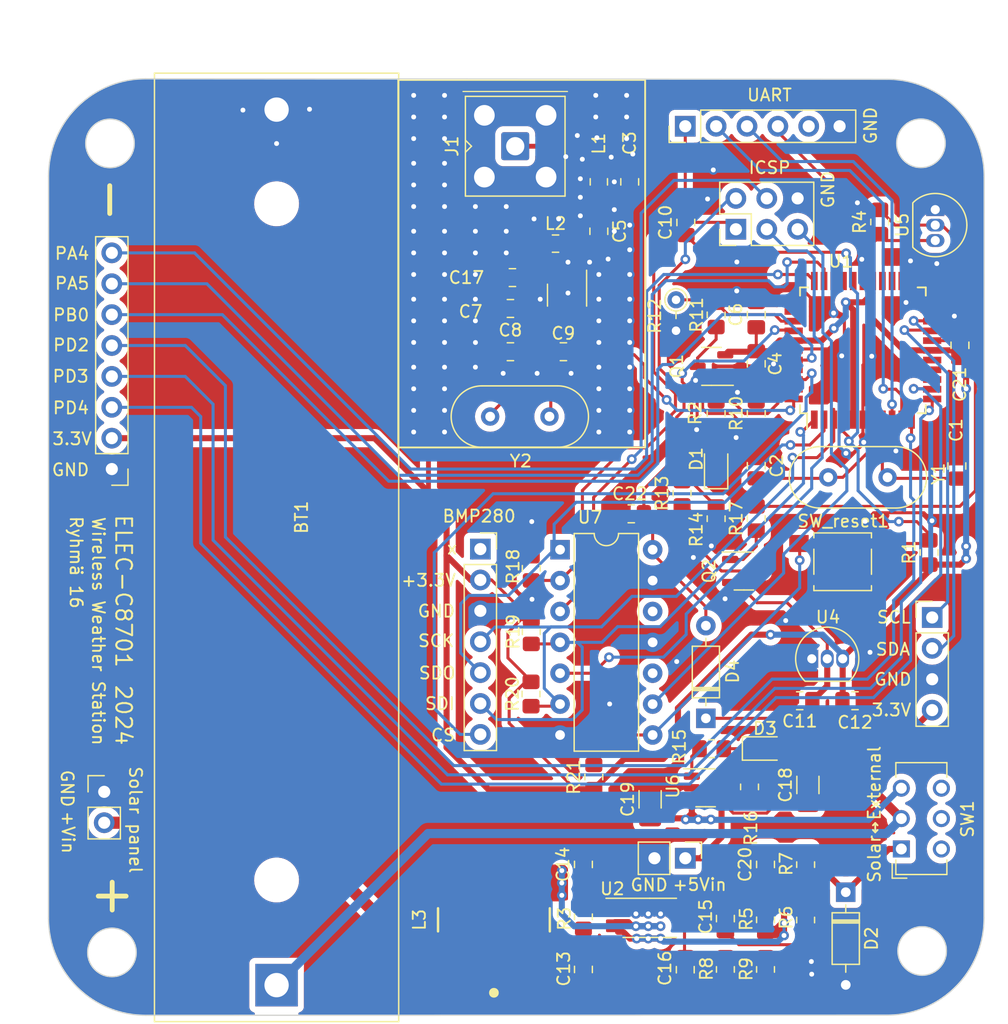
<source format=kicad_pcb>
(kicad_pcb (version 20221018) (generator pcbnew)
  (layers (0 "F.Cu" signal) (31 "B.Cu" signal) (34 "B.Paste" user) (35 "F.Paste" user) (36 "B.SilkS" user "B.Silkscreen") (37 "F.SilkS" user "F.Silkscreen") (38 "B.Mask" user) (39 "F.Mask" user) (44 "Edge.Cuts" user))
  (net 0 "")
  (net 1 "Net-(U1-XTAL1)")
  (net 2 "GND")
  (net 3 "Net-(U1-XTAL2)")
  (net 4 "Net-(J1-In)")
  (net 5 "+3.3VDc")
  (net 6 "Net-(C5-Pad1)")
  (net 7 "Net-(U3-PAOUT)")
  (net 8 "Net-(U3-XTLOUT)")
  (net 9 "Net-(U3-XTLIN)")
  (net 10 "RST")
  (net 11 "Net-(J3-Pin_1)")
  (net 12 "LiPo_Battery")
  (net 16 "Solar_panel")
  (net 17 "Net-(U2-MPP-SET)")
  (net 18 "Net-(U2-ICTRL+)")
  (net 28 "Net-(U2-ICTRL-)")
  (net 29 "Net-(U2-VCTRL)")
  (net 30 "Ext_+5VDc")
  (net 31 "Net-(SW1-C)")
  (net 32 "Net-(U2-VOUT)")
  (net 33 "Net-(D1-A)")
  (net 34 "Net-(D2-K)")
  (net 35 "Net-(D3-K)")
  (net 36 "MISO")
  (net 37 "SCK")
  (net 38 "MOSI")
  (net 39 "Tx")
  (net 40 "Rx")
  (net 42 "SCL")
  (net 43 "SDA")
  (net 44 "CS_0")
  (net 45 "Net-(U2-Lx)")
  (net 46 "Net-(Q1-D)")
  (net 47 "Net-(Q1-G)")
  (net 48 "int_led")
  (net 49 "One_wire")
  (net 50 "CS_LDR")
  (net 51 "LDR")
  (net 52 "battery_lvl")
  (net 53 "Net-(U6-STAT)")
  (net 54 "Net-(U6-PROG)")
  (net 55 "ASK")
  (net 56 "Net-(Q2-D)")
  (net 57 "CS_BLVL")
  (net 58 "Net-(Q2-G)")
  (net 59 "PA4")
  (net 60 "PA5")
  (net 61 "PB0")
  (net 62 "PD2")
  (net 63 "PD3")
  (net 64 "unconnected-(J5-Pin_1-Pad1)")
  (net 65 "PD4")
  (net 66 "+5VDc_ISP")
  (net 67 "MISO_5V")
  (net 68 "SCK_5V")
  (net 69 "MOSI_5V")
  (net 70 "RST_5V")
  (net 71 "+5VDc")
  (footprint "Capacitor_SMD:C_0805_2012Metric_Pad1.18x1.45mm_HandSolder" (layer "F.Cu") (at 224.282 81.534 -90)
    (fp_text reference "C5")
    (fp_text value "10pF")
  )
  (footprint "Inductor_SMD:L_0805_2012Metric_Pad1.15x1.40mm_HandSolder" (layer "F.Cu") (at 220.717 82.55)
    (fp_text reference "L2")
    (fp_text value "470nF")
  )
  (footprint "Capacitor_SMD:C_0805_2012Metric_Pad1.18x1.45mm_HandSolder" (layer "F.Cu") (at 226.95 104.77 180)
    (fp_text reference "C22")
    (fp_text value "100nF")
  )
  (footprint "Resistor_SMD:R_0805_2012Metric_Pad1.20x1.40mm_HandSolder" (layer "F.Cu") (at 247.396 80.772 90)
    (fp_text reference "R4")
    (fp_text value "4k7")
  )
  (footprint "Package_QFP:TQFP-44_10x10mm_P0.8mm" (layer "F.Cu") (at 246.014 91.326 90)
    (fp_text reference "U1")
    (fp_text value "ATmega644-20A")
  )
  (footprint "Battery:BatteryHolder_MPD_BH-18650-PC2" (layer "F.Cu") (at 197.76 143.53 90)
    (fp_text reference "BT1")
    (fp_text value "Battery_Cell")
  )
  (footprint "Resistor_SMD:R_0805_2012Metric_Pad1.20x1.40mm_HandSolder" (layer "F.Cu") (at 237.998 142.24 90)
    (fp_text reference "R9")
    (fp_text value "68k")
  )
  (footprint "Capacitor_SMD:C_1206_3216Metric_Pad1.33x1.80mm_HandSolder" (layer "F.Cu") (at 241.4875 127.0675 90)
    (fp_text reference "C18")
    (fp_text value "4.7uF")
  )
  (footprint "Crystal:Crystal_HC49-U_Vertical" (layer "F.Cu") (at 215.338 96.774)
    (fp_text reference "Y2")
    (fp_text value "Crystal 13.56MHz")
  )
  (footprint "Resistor_SMD:R_0805_2012Metric_Pad1.20x1.40mm_HandSolder" (layer "F.Cu") (at 236.6835 127.228 -90)
    (fp_text reference "R16")
    (fp_text value "4k7")
  )
  (footprint "Resistor_SMD:R_0805_2012Metric_Pad1.20x1.40mm_HandSolder" (layer "F.Cu") (at 233.934 96.52 -90)
    (fp_text reference "R2")
    (fp_text value "150r")
  )
  (footprint "Capacitor_SMD:C_0805_2012Metric_Pad1.18x1.45mm_HandSolder" (layer "F.Cu") (at 240.8135 120.142 180)
    (fp_text reference "C11")
    (fp_text value "1uF")
  )
  (footprint "Resistor_SMD:R_0805_2012Metric_Pad1.20x1.40mm_HandSolder" (layer "F.Cu") (at 223.87 126.42 90)
    (fp_text reference "R21")
    (fp_text value "4k7")
  )
  (footprint "Resistor_SMD:R_0805_2012Metric_Pad1.20x1.40mm_HandSolder" (layer "F.Cu") (at 233.934 88.408 90)
    (fp_text reference "R11")
    (fp_text value "R")
  )
  (footprint "Button_Switch_SMD:SW_SPST_TL3305A" (layer "F.Cu") (at 244.348 108.712 180)
    (fp_text reference "SW_reset1")
    (fp_text value "SW_Push")
  )
  (footprint "Package_TO_SOT_THT:TO-92_Inline" (layer "F.Cu") (at 241.808 116.692)
    (fp_text reference "U4")
    (fp_text value "MCP1700x-330xxTO")
  )
  (footprint "Capacitor_SMD:C_0805_2012Metric_Pad1.18x1.45mm_HandSolder" (layer "F.Cu") (at 253.746 100.838 -90)
    (fp_text reference "C1")
    (fp_text value "22pF")
  )
  (footprint "Connector_PinHeader_2.54mm:PinHeader_2x03_P2.54mm_Vertical" (layer "F.Cu") (at 235.56 81.37 90)
    (fp_text reference "J9" hide)
    (fp_text value "AVR-ISP-6")
  )
  (footprint "Capacitor_SMD:C_0805_2012Metric_Pad1.18x1.45mm_HandSolder" (layer "F.Cu") (at 226.822 77.47 -90)
    (fp_text reference "C3")
    (fp_text value "4.7pF")
  )
  (footprint "Package_TO_SOT_THT:TO-92_Inline" (layer "F.Cu") (at 251.968 79.756 -90)
    (fp_text reference "U5")
    (fp_text value "DS18S20")
  )
  (footprint "Connector_PinHeader_2.54mm:PinHeader_1x02_P2.54mm_Vertical" (layer "F.Cu") (at 231.399 133.096 -90)
    (fp_text reference "J6" hide)
    (fp_text value "Conn_01x02_Pin")
  )
  (footprint "Capacitor_SMD:C_0805_2012Metric_Pad1.18x1.45mm_HandSolder" (layer "F.Cu") (at 254 90.9105 90)
    (fp_text reference "C21")
    (fp_text value "100nF")
  )
  (footprint "Capacitor_SMD:C_0805_2012Metric_Pad1.18x1.45mm_HandSolder" (layer "F.Cu") (at 231.394 142.2615 -90)
    (fp_text reference "C16")
    (fp_text value "1nF")
  )
  (footprint "Capacitor_SMD:C_0805_2012Metric_Pad1.18x1.45mm_HandSolder" (layer "F.Cu") (at 234.696 138.0575 -90)
    (fp_text reference "C15")
    (fp_text value "1uF")
  )
  (footprint "Package_TO_SOT_SMD:SOT-23-5" (layer "F.Cu") (at 233.07 127.3)
    (fp_text reference "U6")
    (fp_text value "MCP73831-2-OT")
  )
  (footprint "Resistor_SMD:R_0805_2012Metric_Pad1.20x1.40mm_HandSolder" (layer "F.Cu") (at 231.13 103.08 90)
    (fp_text reference "R13")
    (fp_text value "150k")
  )
  (footprint "Connector_PinHeader_2.54mm:PinHeader_1x02_P2.54mm_Vertical" (layer "F.Cu") (at 183.575 127.635)
    (fp_text reference "J8" hide)
    (fp_text value "Solar_panel_connector")
  )
  (footprint "Capacitor_SMD:C_0805_2012Metric_Pad1.18x1.45mm_HandSolder" (layer "F.Cu") (at 245.364 120.142)
    (fp_text reference "C12")
    (fp_text value "1uF")
  )
  (footprint "Resistor_SMD:R_0805_2012Metric_Pad1.20x1.40mm_HandSolder" (layer "F.Cu") (at 237.998 138.16 -90)
    (fp_text reference "R5")
    (fp_text value "1k")
  )
  (footprint "Resistor_SMD:R_0805_2012Metric_Pad1.20x1.40mm_HandSolder" (layer "F.Cu") (at 241.3 133.62 -90)
    (fp_text reference "R7")
    (fp_text value "680mohm")
  )
  (footprint "Package_TO_SOT_SMD:SOT-23-3" (layer "F.Cu") (at 236.22 109.474)
    (fp_text reference "Q2")
    (fp_text value "SSM3J371R")
  )
  (footprint "Capacitor_SMD:C_0805_2012Metric_Pad1.18x1.45mm_HandSolder" (layer "F.Cu") (at 237.236 88.392 90)
    (fp_text reference "C6")
    (fp_text value "10uF")
  )
  (footprint "Package_TO_SOT_SMD:SOT-23-6_Handsoldering" (layer "F.Cu") (at 221.664 86.788 -90)
    (fp_text reference "U3" hide)
    (fp_text value "Micrf113")
  )
  (footprint "Capacitor_SMD:C_0805_2012Metric_Pad1.18x1.45mm_HandSolder" (layer "F.Cu") (at 217.17 85.344)
    (fp_text reference "C17")
    (fp_text value "100nF")
  )
  (footprint "Resistor_SMD:R_0805_2012Metric_Pad1.20x1.40mm_HandSolder" (layer "F.Cu") (at 218.72 109.25 -90)
    (fp_text reference "R18")
    (fp_text value "4k7")
  )
  (footprint "Capacitor_SMD:C_0805_2012Metric_Pad1.18x1.45mm_HandSolder" (layer "F.Cu") (at 231.44 80.81 90)
    (fp_text reference "C10")
    (fp_text value "100nF")
  )
  (footprint "Button_Switch_THT:SW_CuK_JS202011CQN_DPDT_Straight" (layer "F.Cu") (at 249.174 132.334 90)
    (fp_text reference "SW1")
    (fp_text value "SW_SPDT")
  )
  (footprint "MountingHole:MountingHole_2.2mm_M2" (layer "F.Cu") (at 184.05 74.31)
    (fp_text reference "H1" hide)
    (fp_text value "MountingHole")
  )
  (footprint "Capacitor_SMD:C_0805_2012Metric_Pad1.18x1.45mm_HandSolder" (layer "F.Cu") (at 217.0045 87.884 180)
    (fp_text reference "C7")
    (fp_text value "10uF")
  )
  (footprint "Capacitor_SMD:C_0805_2012Metric_Pad1.18x1.45mm_HandSolder" (layer "F.Cu") (at 237.998 133.604 90)
    (fp_text reference "C20")
    (fp_text value "10uF")
  )
  (footprint "Capacitor_SMD:C_0805_2012Metric_Pad1.18x1.45mm_HandSolder" (layer "F.Cu") (at 223.012 142.24 -90)
    (fp_text reference "C13")
    (fp_text value "10uF")
  )
  (footprint "Resistor_SMD:R_0805_2012Metric_Pad1.20x1.40mm_HandSolder" (layer "F.Cu") (at 218.7 119.59 -90)
    (fp_text reference "R20")
    (fp_text value "4k7")
  )
  (footprint "Capacitor_SMD:C_0805_2012Metric_Pad1.18x1.45mm_HandSolder" (layer "F.Cu") (at 223.012 133.604 90)
    (fp_text reference "C14")
    (fp_text value "1nF")
  )
  (footprint "Connector_Coaxial:SMA_Amphenol_901-143_Horizontal" (layer "F.Cu") (at 217.4 74.54)
    (fp_text reference "J1")
    (fp_text value "Conn_Coaxial")
  )
  (footprint "Connector_PinHeader_2.54mm:PinHeader_1x04_P2.54mm_Vertical" (layer "F.Cu") (at 251.714 113.294)
    (fp_text reference "J4" hide)
    (fp_text value "Conn_01x04_Pin")
  )
  (footprint "Diode_THT:D_DO-35_SOD27_P7.62mm_Horizontal" (layer "F.Cu") (at 244.602 135.89 -90)
    (fp_text reference "D2")
    (fp_text value "5.1V Zener")
  )
  (footprint "MountingHole:MountingHole_2.2mm_M2" (layer "F.Cu") (at 250.8 74.3)
    (fp_text reference "H2" hide)
    (fp_text value "MountingHole")
  )
  (footprint "inductor_footprint:WE-PD2_1054" (layer "F.Cu") (at 215.646 138.16 90)
    (fp_text reference "L3")
    (fp_text value "10uH")
  )
  (footprint "Resistor_SMD:R_0805_2012Metric_Pad1.20x1.40mm_HandSolder" (layer "F.Cu") (at 251.46 107.95 90)
    (fp_text reference "R1")
    (fp_text value "10k")
  )
  (footprint "Resistor_SMD:R_0805_2012Metric_Pad1.20x1.40mm_HandSolder" (layer "F.Cu") (at 234.696 142.24 -90)
    (fp_text reference "R8")
    (fp_text value "160k")
  )
  (footprint "Crystal:Crystal_HC49-U_Vertical" (layer "F.Cu") (at 243.16 101.77)
    (fp_text reference "Y1")
    (fp_text value "Crystal 16MHz")
  )
  (footprint "Resistor_SMD:R_0805_2012Metric_Pad1.20x1.40mm_HandSolder" (layer "F.Cu") (at 237.236 96.52 90)
    (fp_text reference "R10")
    (fp_text value "2k2")
  )
  (footprint "Capacitor_SMD:C_0805_2012Metric_Pad1.18x1.45mm_HandSolder" (layer "F.Cu") (at 237.236 100.8165 -90)
    (fp_text reference "C2")
    (fp_text value "22pF")
  )
  (footprint "Diode_THT:D_DO-35_SOD27_P7.62mm_Horizontal" (layer "F.Cu") (at 233.09 121.59 90)
    (fp_text reference "D4")
    (fp_text value "1N4148")
  )
  (footprint "Resistor_SMD:R_0805_2012Metric_Pad1.20x1.40mm_HandSolder" (layer "F.Cu") (at 233.5635 124.088 180)
    (fp_text reference "R15")
    (fp_text value "330r")
  )
  (footprint "LED_SMD:LED_0805_2012Metric_Pad1.15x1.40mm_HandSolder" (layer "F.Cu") (at 237.9525 124.07)
    (fp_text reference "D3")
    (fp_text value "LED")
  )
  (footprint "Resistor_SMD:R_0805_2012Metric_Pad1.20x1.40mm_HandSolder" (layer "F.Cu") (at 233.934 105.172 -90)
    (fp_text reference "R14")
    (fp_text value "300k")
  )
  (footprint "Package_SO:TSSOP-8_4.4x3mm_P0.65mm" (layer "F.Cu") (at 228.47 138)
    (fp_text reference "U2")
    (fp_text value "~")
  )
  (footprint "Capacitor_SMD:C_0805_2012Metric_Pad1.18x1.45mm_HandSolder" (layer "F.Cu") (at 217.0045 91.44 180)
    (fp_text reference "C8")
    (fp_text value "18pF")
  )
  (footprint "LED_SMD:LED_0805_2012Metric_Pad1.15x1.40mm_HandSolder" (layer "F.Cu") (at 233.934 100.847 90)
    (fp_text reference "D1")
    (fp_text value "LED")
  )
  (footprint "Resistor_THT:R_Axial_DIN0204_L3.6mm_D1.6mm_P2.54mm_Vertical" (layer "F.Cu") (at 230.632 87.172 -90)
    (fp_text reference "R12")
    (fp_text value "R_Photo")
  )
  (footprint "Resistor_SMD:R_0805_2012Metric_Pad1.20x1.40mm_HandSolder" (layer "F.Cu") (at 237.236 105.156 90)
    (fp_text reference "R17")
    (fp_text value "2k2")
  )
  (footprint "MountingHole:MountingHole_2.2mm_M2" (layer "F.Cu") (at 184.22 140.84)
    (fp_text reference "H3" hide)
    (fp_text value "MountingHole")
  )
  (footprint "Connector_PinSocket_2.54mm:PinSocket_1x07_P2.54mm_Vertical" (layer "F.Cu") (at 214.53 107.67)
    (fp_text reference "J5" hide)
    (fp_text value "Conn_01x07_Socket")
  )
  (footprint "Capacitor_SMD:C_0805_2012Metric_Pad1.18x1.45mm_HandSolder" (layer "F.Cu") (at 237.236 92.4345 -90)
    (fp_text reference "C4")
    (fp_text value "100nF")
  )
  (footprint "MountingHole:MountingHole_2.2mm_M2" (layer "F.Cu") (at 250.9 140.71)
    (fp_text reference "H4" hide)
    (fp_text value "MountingHole")
  )
  (footprint "Package_DIP:DIP-14_W7.62mm" (layer "F.Cu") (at 221.09 107.72)
    (fp_text reference "U7")
    (fp_text value "SN74LS07N")
  )
  (footprint "Resistor_SMD:R_0805_2012Metric_Pad1.20x1.40mm_HandSolder" (layer "F.Cu") (at 223.012 137.906 -90)
    (fp_text reference "R3")
    (fp_text value "1k")
  )
  (footprint "Connector_PinHeader_2.54mm:PinHeader_1x08_P2.54mm_Vertical" (layer "F.Cu") (at 184.2 101.09 180)
    (fp_text reference "J7" hide)
    (fp_text value "Conn_01x08_Pin")
  )
  (footprint "Inductor_SMD:L_0805_2012Metric_Pad1.15x1.40mm_HandSolder" (layer "F.Cu") (at 224.282 77.47 -90)
    (fp_text reference "L1")
    (fp_text value "82nH")
  )
  (footprint "Resistor_SMD:R_0805_2012Metric_Pad1.20x1.40mm_HandSolder" (layer "F.Cu") (at 218.72 114.47 -90)
    (fp_text reference "R19")
    (fp_text value "4k7")
  )
  (footprint "Resistor_SMD:R_0805_2012Metric_Pad1.20x1.40mm_HandSolder" (layer "F.Cu") (at 241.3 138.176 90)
    (fp_text reference "R6")
    (fp_text value "1k")
  )
  (footprint "Package_TO_SOT_SMD:SOT-23-3" (layer "F.Cu") (at 233.5475 92.644 180)
    (fp_text reference "Q1")
    (fp_text value "SSM3J371R")
  )
  (footprint "Connector_PinHeader_2.54mm:PinHeader_1x06_P2.54mm_Vertical" (layer "F.Cu") (at 231.394 72.898 90)
    (fp_text reference "J3" hide)
    (fp_text value "Conn_01x06_Pin")
  )
  (footprint "Capacitor_SMD:C_0805_2012Metric_Pad1.18x1.45mm_HandSolder" (layer "F.Cu") (at 221.3655 91.44)
    (fp_text reference "C9")
    (fp_text value "18pF")
  )
  (footprint "Capacitor_SMD:C_1206_3216Metric_Pad1.33x1.80mm_HandSolder" (layer "F.Cu") (at 228.5 128.25 90)
    (fp_text reference "C19")
    (fp_text value "4.7uF")
  )
  (gr_rect (start 207.772 69.088) (end 228.092 99.314) (stroke (width 0.15)) (fill none) (layer "F.SilkS"))
  (gr_circle locked (center 184.21 140.84) (end 186.21 140.84) (stroke (width 0.1)) (fill none) (layer "Edge.Cuts"))
  (gr_circle locked (center 250.79 74.3) (end 252.79 74.3) (stroke (width 0.1)) (fill none) (layer "Edge.Cuts"))
  (gr_line locked (start 186.984577 68.994985) (end 247.99145 69.034589) (stroke (width 0.1)) (layer "Edge.Cuts"))
  (gr_arc locked (start 178.994589 76.99855) (mid 181.33 71.34) (end 186.984577 68.994985) (stroke (width 0.1)) (layer "Edge.Cuts"))
  (gr_arc locked (start 186.993565 146.009988) (mid 181.335015 143.674577) (end 178.99 138.02) (stroke (width 0.1)) (layer "Edge.Cuts"))
  (gr_line locked (start 178.994589 76.99855) (end 178.99 138.02) (stroke (width 0.1)) (layer "Edge.Cuts"))
  (gr_circle locked (center 250.89 140.72) (end 252.89 140.72) (stroke (width 0.1)) (fill none) (layer "Edge.Cuts"))
  (gr_line locked (start 186.993565 146.009988) (end 247.995423 146) (stroke (width 0.1)) (layer "Edge.Cuts"))
  (gr_arc locked (start 255.985411 137.996435) (mid 253.65 143.654985) (end 247.995423 146) (stroke (width 0.1)) (layer "Edge.Cuts"))
  (gr_arc locked (start 247.99145 69.034589) (mid 253.65 71.37) (end 255.995015 77.024577) (stroke (width 0.1)) (layer "Edge.Cuts"))
  (gr_line locked (start 255.995015 77.024577) (end 255.985411 137.996435) (stroke (width 0.1)) (layer "Edge.Cuts"))
  (gr_circle locked (center 184.05 74.31) (end 186.05 74.31) (stroke (width 0.1)) (fill none) (layer "Edge.Cuts"))
  (gr_text "GND" (at 247.23 74.46 90) (layer "F.SilkS") (effects (font (size 1 1)) (justify left bottom)))
  (gr_text "x" (at 211.7 108.18) (layer "F.SilkS") (effects (font (size 1 1)) (justify left bottom)))
  (gr_text "UART" (at 236.39 70.92) (layer "F.SilkS") (effects (font (size 1 1)) (justify left bottom)))
  (gr_text "2024" (at 184.4 118.74 270) (layer "F.SilkS") (effects (font (size 1.3 1.3) (thickness 0.1625)) (justify left bottom)))
  (gr_text "GND" (at 179.94 125.74 -90) (layer "F.SilkS") (effects (font (size 1 1)) (justify left bottom)))
  (gr_text "BMP280" (at 211.33 105.55) (layer "F.SilkS") (effects (font (size 1 1)) (justify left bottom)))
  (gr_text "PB0" (at 179.28 89) (layer "F.SilkS") (effects (font (size 1 1)) (justify left bottom)))
  (gr_text "-" (at 185.56 81.05 90) (layer "F.SilkS") (effects (font (size 3 3) (thickness 0.4)) (justify left bottom)))
  (gr_text "+Vin\n" (at 180.02 129.13 270) (layer "F.SilkS") (effects (font (size 1 1)) (justify left bottom)))
  (gr_text "Solar↔External" (at 247.54 135.2 90) (layer "F.SilkS") (effects (font (size 1 1)) (justify left bottom)))
  (gr_text "PD2\n" (at 179.28 91.48) (layer "F.SilkS") (effects (font (size 1 1)) (justify left bottom)))
  (gr_text "ICSP" (at 236.52 76.89) (layer "F.SilkS") (effects (font (size 1 1)) (justify left bottom)))
  (gr_text "SDO" (at 209.38 118.45) (layer "F.SilkS") (effects (font (size 1 1)) (justify left bottom)))
  (gr_text "GND" (at 179.18 101.74) (layer "F.SilkS") (effects (font (size 1 1)) (justify left bottom)))
  (gr_text "GND" (at 226.8 135.88) (layer "F.SilkS") (effects (font (size 1 1)) (justify left bottom)))
  (gr_text "Solar panel" (at 185.56 125.46 270) (layer "F.SilkS") (effects (font (size 1 1)) (justify left bottom)))
  (gr_text "GND" (at 243.72 79.73 90) (layer "F.SilkS") (effects (font (size 1 1)) (justify left bottom)))
  (gr_text "SCK" (at 209.32 115.8) (layer "F.SilkS") (effects (font (size 1 1)) (justify left bottom)))
  (gr_text "SCL" (at 247.08 113.86) (layer "F.SilkS") (effects (font (size 1 1)) (justify left bottom)))
  (gr_text "PD3" (at 179.24 94.05) (layer "F.SilkS") (effects (font (size 1 1)) (justify left bottom)))
  (gr_text "3.3V" (at 179.22 99.19) (layer "F.SilkS") (effects (font (size 1 1)) (justify left bottom)))
  (gr_text "3.3V" (at 246.65 121.49) (layer "F.SilkS") (effects (font (size 1 1)) (justify left bottom)))
  (gr_text "GND\n" (at 209.29 113.36) (layer "F.SilkS") (effects (font (size 1 1)) (justify left bottom)))
  (gr_text "Wireless Weather Station" (at 182.51 104.94 -90) (layer "F.SilkS") (effects (font (size 1 1)) (justify left bottom)))
  (gr_text "ELEC-C8701" (at 184.4 104.74 270) (layer "F.SilkS") (effects (font (size 1.3 1.3) (thickness 0.1625)) (justify left bottom)))
  (gr_text "+5Vin" (at 230.26 135.85) (layer "F.SilkS") (effects (font (size 1 1)) (justify left bottom)))
  (gr_text "GND" (at 246.86 118.97) (layer "F.SilkS") (effects (font (size 1 1)) (justify left bottom)))
  (gr_text "Ryhmä 16" (at 180.68 104.88 270) (layer "F.SilkS") (effects (font (size 1 1)) (justify left bottom)))
  (gr_text "SDA" (at 246.98 116.5) (layer "F.SilkS") (effects (font (size 1 1)) (justify left bottom)))
  (gr_text "PA4\n" (at 179.42 83.95) (layer "F.SilkS") (effects (font (size 1 1)) (justify left bottom)))
  (gr_text "PA5\n" (at 179.43 86.41) (layer "F.SilkS") (effects (font (size 1 1)) (justify left bottom)))
  (gr_text "SDI" (at 209.89 120.97) (layer "F.SilkS") (effects (font (size 1 1)) (justify left bottom)))
  (gr_text "PD4" (at 179.26 96.65) (layer "F.SilkS") (effects (font (size 1 1)) (justify left bottom)))
  (gr_text "+" (at 182.11 137.74) (layer "F.SilkS") (effects (font (size 3 3) (thickness 0.4)) (justify left bottom)))
  (gr_text "+3.3V\n" (at 207.93 110.83) (layer "F.SilkS") (effects (font (size 1 1)) (justify left bottom)))
  (gr_text "CS" (at 210.38 123.56) (layer "F.SilkS") (effects (font (size 1 1)) (justify left bottom)))
  (segment (start 253.7245 101.854) (end 253.746 101.8755) (width 0.25) (layer "F.Cu") (net 1))
  (segment (start 248.124 101.854) (end 253.7245 101.854) (width 0.25) (layer "F.Cu") (net 1))
  (segment (start 247.614 101.344) (end 248.124 101.854) (width 0.25) (layer "F.Cu") (net 1))
  (segment (start 247.614 97.026) (end 247.614 101.344) (width 0.25) (layer "F.Cu") (net 1))
  (segment (start 238.66 91.98) (end 239.314 91.326) (width 0.25) (layer "F.Cu") (net 2))
  (segment (start 237.236 87.3545) (end 238.1805 86.41) (width 0.25) (layer "F.Cu") (net 2))
  (segment (start 244.49 88.79) (end 244.49 91.56) (width 0.25) (layer "F.Cu") (net 2))
  (segment (start 240.43 91.21) (end 243.7 91.21) (width 0.25) (layer "F.Cu") (net 2))
  (segment (start 195.03 71.53) (end 197.76 71.53) (width 0.5) (layer "F.Cu") (net 2))
  (segment (start 245.56 74.364) (end 245.56 79.19) (width 0.25) (layer "F.Cu") (net 2))
  (segment (start 246.895 104.685) (end 246.19 105.39) (width 0.25) (layer "F.Cu") (net 2))
  (segment (start 243.7 91.21) (end 244.27 91.78) (width 0.25) (layer "F.Cu") (net 2))
  (segment (start 243.96 88.26) (end 244.49 88.79) (width 0.25) (layer "F.Cu") (net 2))
  (segment (start 238.66 92.44) (end 238.66 91.98) (width 0.25) (layer "F.Cu") (net 2))
  (segment (start 251.714 90.526) (end 253.347 90.526) (width 0.25) (layer "F.Cu") (net 2))
  (segment (start 248.73 99.6) (end 248.9305 99.8005) (width 0.25) (layer "F.Cu") (net 2))
  (segment (start 244.094 72.898) (end 245.56 74.364) (width 0.25) (layer "F.Cu") (net 2))
  (segment (start 240.314 91.326) (end 240.43 91.21) (width 0.25) (layer "F.Cu") (net 2))
  (segment (start 243.6 88.26) (end 243.96 88.26) (width 0.25) (layer "F.Cu") (net 2))
  (segment (start 235.957 98.5) (end 237.236 99.779) (width 0.25) (layer "F.Cu") (net 2))
  (segment (start 238.1805 86.41) (end 241.123 86.41) (width 0.25) (layer "F.Cu") (net 2))
  (segment (start 234.67 111.76) (end 232.06 109.15) (width 0.25) (layer "F.Cu") (net 2))
  (segment (start 194.99 71.57) (end 195.03 71.53) (width 0.25) (layer "F.Cu") (net 2))
  (segment (start 251.695 105.34) (end 251.04 104.685) (width 0.25) (layer "F.Cu") (net 2))
  (segment (start 251.714 118.374) (end 248.1695 118.374) (width 0.25) (layer "F.Cu") (net 2))
  (segment (start 245.92 85.532) (end 246.014 85.626) (width 0.25) (layer "F.Cu") (net 2))
  (segment (start 242.973 88.26) (end 243.6 88.26) (width 0.25) (layer "F.Cu") (net 2))
  (segment (start 232.06 109.15) (end 232.06 108.36) (width 0.25) (layer "F.Cu") (net 2))
  (segment (start 246.014 98.824) (end 246.08 98.89) (width 0.25) (layer "F.Cu") (net 2))
  (segment (start 239.314 91.326) (end 240.314 91.326) (width 0.25) (layer "F.Cu") (net 2))
  (segment (start 225.6075 137.675) (end 229.355 137.675) (width 0.25) (layer "F.Cu") (net 2))
  (segment (start 200.47 71.5) (end 200.44 71.53) (width 0.25) (layer "F.Cu") (net 2))
  (segment (start 229.355 137.675) (end 229.362 137.668) (width 0.25) (layer "F.Cu") (net 2))
  (segment (start 244.49 91.56) (end 244.27 91.78) (width 0.25) (layer "F.Cu") (net 2))
  (segment (start 245.18 99.79) (end 246.08 98.89) (width 0.25) (layer "F.Cu") (net 2))
  (segment (start 197.76 74.32) (end 197.76 71.53) (width 0.5) (layer "F.Cu") (net 2))
  (segment (start 248.1695 118.374) (end 246.4015 120.142) (width 0.25) (layer "F.Cu") (net 2))
  (segment (start 248.9305 99.8005) (end 253.746 99.8005) (width 0.25) (layer "F.Cu") (net 2))
  (segment (start 246.74 91.81) (end 246.014 92.536) (width 0.25) (layer "F.Cu") (net 2))
  (segment (start 244.62 99.79) (end 245.18 99.79) (width 0.25) (layer "F.Cu") (net 2))
  (segment (start 233.934 107.016) (end 233.934 106.172) (width 0.25) (layer "F.Cu") (net 2))
  (segment (start 233.54 107.41) (end 233.934 107.016) (width 0.25) (layer "F.Cu") (net 2))
  (segment (start 253.347 90.526) (end 254 89.873) (width 0.25) (layer "F.Cu") (net 2))
  (segment (start 246.014 92.536) (end 246.014 97.026) (width 0.25) (layer "F.Cu") (net 2))
  (segment (start 245.92 83.84) (end 245.92 85.532) (width 0.25) (layer "F.Cu") (net 2))
  (segment (start 232.37 93.93) (end 232.24 93.8) (width 0.25) (layer "F.Cu") (net 2))
  (segment (start 200.44 71.53) (end 197.76 71.53) (width 0.5) (layer "F.Cu") (net 2))
  (segment (start 232.37 97.81) (end 232.37 93.93) (width 0.25) (layer "F.Cu") (net 2))
  (segment (start 235.58 98.5) (end 235.957 98.5) (width 0.25) (layer "F.Cu") (net 2))
  (segment (start 246.014 97.026) (end 246.014 98.824) (width 0.25) (layer "F.Cu") (net 2))
  (segment (start 232.33 97.85) (end 232.37 97.81) (width 0.25) (layer "F.Cu") (net 2))
  (segment (start 241.123 86.41) (end 242.973 88.26) (width 0.25) (layer "F.Cu") (net 2))
  (segment (start 251.04 104.685) (end 246.895 104.685) (width 0.25) (layer "F.Cu") (net 2))
  (via (at 233.7 76.49) (size 0.8) (drill 0.4) (layers "F.Cu" "B.Cu") (net 2))
  (via (at 214.122 83.312) (size 0.8) (drill 0.4) (layers "F.Cu" "B.Cu") (net 2))
  (via (at 235.69 94.78) (size 0.8) (drill 0.4) (layers "F.Cu" "B.Cu") (net 2))
  (via (at 241.8 142.63) (size 0.8) (drill 0.4) (layers "F.Cu" "B.Cu") (net 2))
  (via (at 230.69 116.92) (size 0.8) (drill 0.4) (layers "F.Cu" "B.Cu") (net 2))
  (via (at 211.582 87.122) (size 0.8) (drill 0.4) (layers "F.Cu" "B.Cu") (net 2))
  (via (at 234.67 111.76) (size 0.8) (drill 0.4) (layers "F.Cu" "B.Cu") (net 2))
  (via (at 248.73 99.6) (size 0.8) (drill 0.4) (layers "F.Cu" "B.Cu") (net 2))
  (via (at 249.56 87.39) (size 0.8) (drill 0.4) (layers "F.Cu" "B.Cu") (net 2))
  (via (at 224.028 72.136) (size 0.8) (drill 0.4) (layers "F.Cu" "B.Cu") (net 2))
  (via (at 245.56 79.19) (size 0.8) (drill 0.4) (layers "F.Cu" "B.Cu") (net 2))
  (via (at 216.662 79.502) (size 0.8) (drill 0.4) (layers "F.Cu" "B.Cu") (net 2))
  (via (at 216.662 83.312) (size 0.8) (drill 0.4) (layers "F.Cu" "B.Cu") (net 2))
  (via (at 246.08 98.89) (size 0.8) (drill 0.4) (layers "F.Cu" "B.Cu") (net 2))
  (via (at 209.042 73.914) (size 0.8) (drill 0.4) (layers "F.Cu" "B.Cu") (net 2))
  (via (at 209.042 96.266) (size 0.8) (drill 0.4) (layers "F.Cu" "B.Cu") (net 2))
  (via (at 211.582 92.71) (size 0.8) (drill 0.4) (layers "F.Cu" "B.Cu") (net 2))
  (via (at 211.582 73.914) (size 0.8) (drill 0.4) (layers "F.Cu" "B.Cu") (net 2))
  (via (at 221.742 86.614) (size 0.8) (drill 0.4) (layers "F.Cu" "B.Cu") (net 2))
  (via (at 238.66 92.44) (size 0.8) (drill 0.4) (layers "F.Cu" "B.Cu") (net 2))
  (via (at 209.042 92.71) (size 0.8) (drill 0.4) (layers "F.Cu" "B.Cu") (net 2))
  (via (at 226.822 96.266) (size 0.8) (drill 0.4) (layers "F.Cu" "B.Cu") (net 2))
  (via (at 226.568 73.914) (size 0.8) (drill 0.4) (layers "F.Cu" "B.Cu") (net 2))
  (via (at 225.552 81.534) (size 0.8) (drill 0.4) (layers "F.Cu" "B.Cu") (net 2))
  (via (at 224.282 87.122) (size 0.8) (drill 0.4) (layers "F.Cu" "B.Cu") (net 2))
  (via (at 209.042 94.488) (size 0.8) (drill 0.4) (layers "F.Cu" "B.Cu") (net 2))
  (via (at 211.582 83.312) (size 0.8) (drill 0.4) (layers "F.Cu" "B.Cu") (net 2))
  (via (at 219.202 93.218) (size 0.8) (drill 0.4) (layers "F.Cu" "B.Cu") (net 2))
  (via (at 209.042 88.9) (size 0.8) (drill 0.4) (layers "F.Cu" "B.Cu") (net 2))
  (via (at 229.362 137.668) (size 0.8) (drill 0.4) (layers "F.Cu" "B.Cu") (net 2))
  (via (at 235.64 84.06) (size 0.8) (drill 0.4) (layers "F.Cu" "B.Cu") (net 2))
  (via (at 211.582 98.044) (size 0.8) (drill 0.4) (layers "F.Cu" "B.Cu") (net 2))
  (via (at 211.582 75.946) (size 0.8) (drill 0.4) (layers "F.Cu" "B.Cu") (net 2))
  (via (at 222.758 78.74) (size 0.8) (drill 0.4) (layers "F.Cu" "B.Cu") (net 2))
  (via (at 209.042 81.534) (size 0.8) (drill 0.4) (layers "F.Cu" "B.Cu") (net 2))
  (via (at 211.582 72.136) (size 0.8) (drill 0.4) (layers "F.Cu" "B.Cu") (net 2))
  (via (at 197.76 74.32) (size 0.8) (drill 0.4) (layers "F.Cu" "B.Cu") (net 2))
  (via (at 233.23 78.88) (size 0.8) (drill 0.4) (layers "F.Cu" "B.Cu") (net 2))
  (via (at 221.56 75.4) (size 0.8) (drill 0.4) (layers "F.Cu" "B.Cu") (net 2))
  (via (at 214.122 81.534) (size 0.8) (drill 0.4) (layers "F.Cu" "B.Cu") (net 2))
  (via (at 225.17 120.41) (size 0.8) (drill 0.4) (layers "F.Cu" "B.Cu") (net 2))
  (via (at 211.582 81.534) (size 0.8) (drill 0.4) (layers "F.Cu" "B.Cu") (net 2))
  (via (at 223.52 84.074) (size 0.8) (drill 0.4) (layers "F.Cu" "B.Cu") (net 2))
  (via (at 239.66 113.55) (size 0.8) (drill 0.4) (layers "F.Cu" "B.Cu") (net 2))
  (via (at 225.552 77.47) (size 0.8) (drill 0.4) (layers "F.Cu" "B.Cu") (net 2))
  (via (at 232.06 108.36) (size 0.8) (drill 0.4) (layers "F.Cu" "B.Cu") (net 2))
  (via (at 211.582 70.358) (size 0.8) (drill 0.4) (layers "F.Cu" "B.Cu") (net 2))
  (via (at 222.758 80.264) (size 0.8) (drill 0.4) (layers "F.Cu" "B.Cu") (net 2))
  (via (at 245.92 83.84) (size 0.8) (drill 0.4) (layers "F.Cu" "B.Cu") (net 2))
  (via (at 224.282 98.044) (size 0.8) (drill 0.4) (layers "F.Cu" "B.Cu") (net 2))
  (via (at 211.582 90.678) (size 0.8) (drill 0.4) (layers "F.Cu" "B.Cu") (net 2))
  (via (at 194.99 71.57) (size 0.8) (drill 0.4) (layers "F.Cu" "B.Cu") (net 2))
  (via (at 253.54 88.51) (size 0.8) (drill 0.4) (layers "F.Cu" "B.Cu") (net 2))
  (via (at 211.582 88.9) (size 0.8) (drill 0.4) (layers "F.Cu" "B.Cu") (net 2))
  (via (at 224.282 85.09) (size 0.8) (drill 0.4) (layers "F.Cu" "B.Cu") (net 2))
  (via (at 224.282 90.678) (size 0.8) (drill 0.4) (layers "F.Cu" "B.Cu") (net 2))
  (via (at 232.33 97.85) (size 0.8) (drill 0.4) (layers "F.Cu" "B.Cu") (net 2))
  (via (at 214.122 85.09) (size 0.8) (drill 0.4) (layers "F.Cu" "B.Cu") (net 2))
  (via (at 216.408 93.218) (size 0.8) (drill 0.4) (layers "F.Cu" "B.Cu") (net 2))
  (via (at 209.042 85.09) (size 0.8) (drill 0.4) (layers "F.Cu" "B.Cu") (net 2))
  (via (at 246.6 116.16) (size 0.8) (drill 0.4) (layers "F.Cu" "B.Cu") (net 2))
  (via (at 226.822 85.09) (size 0.8) (drill 0.4) (layers "F.Cu" "B.Cu") (net 2))
  (via (at 224.282 92.71) (size 0.8) (drill 0.4) (layers "F.Cu" "B.Cu") (net 2))
  (via (at 209.042 83.312) (size 0.8) (drill 0.4) (layers "F.Cu" "B.Cu") (net 2))
  (via (at 211.582 77.724) (size 0.8) (drill 0.4) (layers "F.Cu" "B.Cu") (net 2))
  (via (at 226.822 90.678) (size 0.8) (drill 0.4) (layers "F.Cu" "B.Cu") (net 2))
  (via (at 235.63 86.44) (size 0.8) (drill 0.4) (layers "F.Cu" "B.Cu") (net 2))
  (via (at 209.042 77.724) (size 0.8) (drill 0.4) (layers "F.Cu" "B.Cu") (net 2))
  (via (at 241.77 141.59) (size 0.8) (drill 0.4) (layers "F.Cu" "B.Cu") (net 2))
  (via (at 209.042 72.136) (size 0.8) (drill 0.4) (layers "F.Cu" "B.Cu") (net 2))
  (via (at 226.822 98.044) (size 0.8) (drill 0.4) (layers "F.Cu" "B.Cu") (net 2))
  (via (at 214.122 92.71) (size 0.8) (drill 0.4) (layers "F.Cu" "B.Cu") (net 2))
  (via (at 214.122 79.502) (size 0.8) (drill 0.4) (layers "F.Cu" "B.Cu") (net 2))
  (via (at 209.042 87.122) (size 0.8) (drill 0.4) (layers "F.Cu" "B.Cu") (net 2))
  (via (at 211.582 94.488) (size 0.8) (drill 0.4) (layers "F.Cu" "B.Cu") (net 2))
  (via (at 226.822 94.488) (size 0.8) (drill 0.4) (layers "F.Cu" "B.Cu") (net 2))
  (via (at 214.122 88.9) (size 0.8) (drill 0.4) (layers "F.Cu" "B.Cu") (net 2))
  (via (at 246.19 105.39) (size 0.8) (drill 0.4) (layers "F.Cu" "B.Cu") (net 2))
  (via (at 226.822 92.71) (size 0.8) (drill 0.4) (layers "F.Cu" "B.Cu") (net 2))
  (via (at 209.042 70.358) (size 0.8) (drill 0.4) (layers "F.Cu" "B.Cu") (net 2))
  (via (at 226.568 72.136) (size 0.8) (drill 0.4) (layers "F.Cu" "B.Cu") (net 2))
  (via (at 226.822 88.9) (size 0.8) (drill 0.4) (layers "F.Cu" "B.Cu") (net 2))
  (via (at 235.58 98.5) (size 0.8) (drill 0.4) (layers "F.Cu" "B.Cu") (net 2))
  (via (at 218.948 80.518) (size 0.8) (drill 0.4) (layers "F.Cu" "B.Cu") (net 2))
  (via (at 249.93 83.97) (size 0.8) (drill 0.4) (layers "F.Cu" "B.Cu") (net 2))
  (via (at 228.346 137.668) (size 0.8) (drill 0.4) (layers "F.Cu" "B.Cu") (net 2))
  (via (at 225.298 75.438) (size 0.8) (drill 0.4) (layers "F.Cu" "B.Cu") (net 2))
  (via (at 227.33 137.668) (size 0.8) (drill 0.4) (layers "F.Cu" "B.Cu") (net 2))
  (via (at 209.042 98.044) (size 0.8) (drill 0.4) (layers "F.Cu" "B.Cu") (net 2))
  (via (at 224.028 70.358) (size 0.8) (drill 0.4) (layers "F.Cu" "B.Cu") (net 2))
  (via (at 244.27 91.78) (size 0.8) (drill 0.4) (layers "F.Cu" "B.Cu") (net 2))
  (via (at 216.662 81.534) (size 0.8) (drill 0.4) (layers "F.Cu" "B.Cu") (net 2))
  (via (at 209.042 90.678) (size 0.8) (drill 0.4) (layers "F.Cu" "B.Cu") (net 2))
  (via (at 251.695 105.34) (size 0.8) (drill 0.4) (layers "F.Cu" "B.Cu") (net 2))
  (via (at 221.742 84.074) (size 0.8) (drill 0.4) (layers "F.Cu" "B.Cu") (net 2))
  (via (at 233.54 107.41) (size 0.8) (drill 0.4) (layers "F.Cu" "B.Cu") (net 2))
  (via (at 252.093347 84.193347) (size 0.8) (drill 0.4) (layers "F.Cu" "B.Cu") (net 2))
  (via (at 220.98 80.518) (size 0.8) (drill 0.4) (layers "F.Cu" "B.Cu") (net 2))
  (via (at 222.92 75.61) (size 0.8) (drill 0.4) (layers "F.Cu" "B.Cu") (net 2))
  (via (at 232.24 93.8) (size 0.8) (drill 0.4) (layers "F.Cu" "B.Cu") (net 2))
  (via (at 221.996 93.218) (size 0.8) (drill 0.4) (layers "F.Cu" "B.Cu") (net 2))
  (via (at 219.456 87.122) (size 0.8) (drill 0.4) (layers "F.Cu" "B.Cu") (net 2))
  (via (at 214.122 87.122) (size 0.8) (drill 0.4) (layers "F.Cu" "B.Cu") (net 2))
  (via (at 224.282 88.9) (size 0.8) (drill 0.4) (layers "F.Cu" "B.Cu") (net 2))
  (via (at 225.044 83.82) (size 0.8) (drill 0.4) (layers "F.Cu" "B.Cu") (net 2))
  (via (at 246.74 91.81) (size 0.8) (drill 0.4) (layers "F.Cu" "B.Cu") (net 2))
  (via (at 200.47 71.5) (size 0.8) (drill 0.4) (layers "F.Cu" "B.Cu") (net 2))
  (via (at 226.822 81.026) (size 0.8) (drill 0.4) (layers "F.Cu" "B.Cu") (net 2))
  (via (at 209.042 75.946) (size 0.8) (drill 0.4) (layers "F.Cu" "B.Cu") (net 2))
  (via (at 214.126653 90.682653) (size 0.8) (drill 0.4) (layers "F.Cu" "B.Cu") (net 2))
  (via (at 244.62 99.79) (size 0.8) (drill 0.4) (layers "F.Cu" "B.Cu") (net 2))
  (via (at 227.076 75.184) (size 0.8) (drill 0.4) (layers "F.Cu" "B.Cu") (net 2))
  (via (at 226.568 70.358) (size 0.8) (drill 0.4) (layers "F.Cu" "B.Cu") (net 2))
  (via (at 225.552 79.756) (size 0.8) (drill 0.4) (layers "F.Cu" "B.Cu") (net 2))
  (via (at 211.582 79.502) (size 0.8) (drill 0.4) (layers "F.Cu" "B.Cu") (net 2))
  (via (at 224.282 94.488) (size 0.8) (drill 0.4) (layers "F.Cu" "B.Cu") (net 2))
  (via (at 209.042 79.502) (size 0.8) (drill 0.4) (layers "F.Cu" "B.Cu") (net 2))
  (via (at 226.822 83.058) (size 0.8) (drill 0.4) (layers "F.Cu" "B.Cu") (net 2))
  (via (at 211.582 96.266) (size 0.8) (drill 0.4) (layers "F.Cu" "B.Cu") (net 2))
  (via (at 224.282 96.266) (size 0.8) (drill 0.4) (layers "F.Cu" "B.Cu") (net 2))
  (via (at 211.582 85.09) (size 0.8) (drill 0.4) (layers "F.Cu" "B.Cu") (net 2))
  (via (at 243.6 88.26) (size 0.8) (drill 0.4) (layers "F.Cu" "B.Cu") (net 2))
  (via (at 218.76 105.41) (size 0.8) (drill 0.4) (layers "F.Cu" "B.Cu") (net 2))
  (via (at 226.822 87.122) (size 0.8) (drill 0.4) (layers "F.Cu" "B.Cu") (net 2))
  (via (at 222.758 77.216) (size 0.8) (drill 0.4) (layers "F.Cu" "B.Cu") (net 2))
  (via (at 218.78 111.8) (size 0.8) (drill 0.4) (layers "F.Cu" "B.Cu") (net 2))
  (via (at 224.12 73.84) (size 0.8) (drill 0.4) (layers "F.Cu" "B.Cu") (net 2))
  (via (at 222.51 73.66) (size 0.8) (drill 0.4) (layers "F.Cu" "B.Cu") (net 2))
  (segment (start 232.06 108.36) (end 233.01 107.41) (width 0.25) (layer "B.Cu") (net 2))
  (segment (start 244.094 72.898) (end 250.952 79.756) (width 0.25) (layer "B.Cu") (net 2))
  (segment (start 252.217 79.78) (end 253.94 79.78) (width 0.25) (layer "B.Cu") (net 2))
  (segment (start 244.62 99.79) (end 244.05 99.22) (width 0.25) (layer "B.Cu") (net 2))
  (segment (start 245.92 83.84) (end 246.74 84.66) (width 0.25) (layer "B.Cu") (net 2))
  (segment (start 244.05 99.22) (end 244.05 92) (width 0.25) (layer "B.Cu") (net 2))
  (segment (start 252.093347 84.193347) (end 250.153347 84.193347) (width 0.25) (layer "B.Cu") (net 2))
  (segment (start 233.01 107.41) (end 233.54 107.41) (width 0.25) (layer "B.Cu") (net 2))
  (segment (start 251.968 79.756) (end 252.193 79.756) (width 0.25) (layer "B.Cu") (net 2))
  (segment (start 246.74 84.66) (end 246.74 91.81) (width 0.25) (layer "B.Cu") (net 2))
  (segment (start 251.104 79.756) (end 249.93 80.93) (width 0.25) (layer "B.Cu") (net 2))
  (segment (start 251.968 79.756) (end 251.104 79.756) (width 0.25) (layer "B.Cu") (net 2))
  (segment (start 250.952 79.756) (end 251.968 79.756) (width 0.25) (layer "B.Cu") (net 2))
  (segment (start 253.94 79.78) (end 254.6 80.44) (width 0.25) (layer "B.Cu") (net 2))
  (segment (start 254.6 80.44) (end 254.6 87.45) (width 0.25) (layer "B.Cu") (net 2))
  (segment (start 213.897 112.99) (end 213.877 112.97) (width 0.25) (layer "B.Cu") (net 2))
  (segment (start 249.93 80.93) (end 249.93 83.97) (width 0.25) (layer "B.Cu") (net 2))
  (segment (start 252.193 79.756) (end 252.217 79.78) (width 0.25) (layer "B.Cu") (net 2))
  (segment (start 244.05 92) (end 244.27 91.78) (width 0.25) (layer "B.Cu") (net 2))
  (segment (start 250.153347 84.193347) (end 249.93 83.97) (width 0.25) (layer "B.Cu") (net 2))
  (segment (start 254.6 87.45) (end 253.54 88.51) (width 0.25) (layer "B.Cu") (net 2))
  (segment (start 243.076 101.854) (end 243.16 101.77) (width 0.25) (layer "F.Cu") (net 3))
  (segment (start 237.236 101.854) (end 243.076 101.854) (width 0.25) (layer "F.Cu") (net 3))
  (segment (start 246.814 99.316) (end 246.814 97.026) (width 0.25) (layer "F.Cu") (net 3))
  (segment (start 243.16 101.77) (end 244.36 101.77) (width 0.25) (layer "F.Cu") (net 3))
  (segment (start 244.36 101.77) (end 246.814 99.316) (width 0.25) (layer "F.Cu") (net 3))
  (segment (start 226.822 76.4325) (end 224.2945 76.4325) (width 0.4) (layer "F.Cu") (net 4))
  (segment (start 217.4 74.54) (end 223.384 74.54) (width 0.4) (layer "F.Cu") (net 4))
  (segment (start 223.384 74.54) (end 224.282 75.438) (width 0.4) (layer "F.Cu") (net 4))
  (segment (start 224.2945 76.4325) (end 224.282 76.445) (width 0.25) (layer "F.Cu") (net 4))
  (segment (start 224.282 75.438) (end 224.282 76.445) (width 0.4) (layer "F.Cu") (net 4))
  (segment (start 245.56 121.92) (end 250.708 121.92) (width 0.5) (layer "F.Cu") (net 5))
  (segment (start 242.614 90.526) (end 240.314 90.526) (width 0.5) (layer "F.Cu") (net 5))
  (segment (start 238.41 114.71) (end 238.39 114.73) (width 0.25) (layer "F.Cu") (net 5))
  (segment (start 254.508 92.456) (end 254 91.948) (width 0.5) (layer "F.Cu") (net 5))
  (segment (start 216.8 116.62) (end 216.8 114.54) (width 0.25) (layer "F.Cu") (net 5))
  (segment (start 219.692 82.55) (end 219.692 82.81) (width 0.25) (layer "F.Cu") (net 5))
  (segment (start 247.92 82.296) (end 251.968 82.296) (width 0.25) (layer "F.Cu") (net 5))
  (segment (start 218.042 87.884) (end 216.01 89.916) (width 0.4) (layer "F.Cu") (net 5))
  (segment (start 251.714 91.326) (end 253.378 91.326) (width 0.5) (layer "F.Cu") (net 5))
  (segment (start 214.53 110.21) (end 215.45 110.21) (width 0.25) (layer "F.Cu") (net 5))
  (segment (start 244.602 87.376) (end 246.064 87.376) (width 0.5) (layer "F.Cu") (net 5))
  (segment (start 218.25 118.59) (end 216.9 119.94) (width 0.25) (layer "F.Cu") (net 5))
  (segment (start 226.36 124.93) (end 229.57 124.93) (width 0.5) (layer "F.Cu") (net 5))
  (segment (start 244.348 116.586) (end 251.46 109.474) (width 0.5) (layer "F.Cu") (net 5))
  (segment (start 222.33 127.42) (end 223.87 127.42) (width 0.25) (layer "F.Cu") (net 5))
  (segment (start 216.9 121.99) (end 222.33 127.42) (width 0.25) (layer "F.Cu") (net 5))
  (segment (start 250.708 121.92) (end 251.714 120.914) (width 0.5) (layer "F.Cu") (net 5))
  (segment (start 215.18 127.42) (end 211.75 123.99) (width 0.5) (layer "F.Cu") (net 5))
  (segment (start 216.9 119.94) (end 216.9 121.99) (width 0.25) (layer "F.Cu") (net 5))
  (segment (start 236.83 114.71) (end 238.41 114.71) (width 0.5) (layer "F.Cu") (net 5))
  (segment (start 218.7 118.59) (end 218.25 118.59) (width 0.25) (layer "F.Cu") (net 5))
  (segment (start 214.458024 89.882653) (end 213.647347 89.882653) (width 0.4) (layer "F.Cu") (net 5))
  (segment (start 243.62 89.52) (end 242.614 90.526) (width 0.5) (layer "F.Cu") (net 5))
  (segment (start 214.491371 89.916) (end 214.458024 89.882653) (width 0.4) (layer "F.Cu") (net 5))
  (segment (start 249.386 91.326) (end 246.814 88.754) (width 0.5) (layer "F.Cu") (net 5))
  (segment (start 229.57 124.93) (end 230.79 123.71) (width 0.5) (layer "F.Cu") (net 5))
  (segment (start 223.87 127.42) (end 215.18 127.42) (width 0.5) (layer "F.Cu") (net 5))
  (segment (start 244.348 116.586) (end 244.348 120.1205) (width 0.5) (layer "F.Cu") (net 5))
  (segment (start 254.016 108.95) (end 254.508 108.458) (width 0.5) (layer "F.Cu") (net 5))
  (segment (start 211.836 91.694) (end 211.069347 91.694) (width 0.4) (layer "F.Cu") (net 5))
  (segment (start 223.87 127.42) (end 226.36 124.93) (width 0.5) (layer "F.Cu") (net 5))
  (segment (start 244.348 120.1205) (end 244.3265 120.142) (width 0.25) (layer "F.Cu") (net 5))
  (segment (start 213.75 110.21) (end 214.53 110.21) (width 0.5) (layer "F.Cu") (net 5))
  (segment (start 211.75 104.48) (end 211.75 108.21) (width 0.5) (layer "F.Cu") (net 5))
  (segment (start 230.79 120.75) (end 236.83 114.71) (width 0.5) (layer "F.Cu") (net 5))
  (segment (start 219.692 82.81) (end 220.714 83.832) (width 0.4) (layer "F.Cu") (net 5))
  (segment (start 245.942 81.772) (end 247.396 81.772) (width 0.25) (layer "F.Cu") (net 5))
  (segment (start 213.647347 89.882653) (end 211.836 91.694) (width 0.4) (layer "F.Cu") (net 5))
  (segment (start 244.3265 120.142) (end 244.3265 120.6865) (width 0.5) (layer "F.Cu") (net 5))
  (segment (start 218.72 112.98) (end 218.72 113.47) (width 0.25) (layer "F.Cu") (net 5))
  (segment (start 246.064 87.376) (end 246.814 86.626) (width 0.5) (layer "F.Cu") (net 5))
  (segment (start 239.166 90.526) (end 238.295 91.397) (width 0.5) (layer "F.Cu") (net 5))
  (segment (start 220.714 83.832) (end 220.714 85.438) (width 0.4) (layer "F.Cu") (net 5))
  (segment (start 239.014 72.898) (end 239.014 73.364) (width 0.25) (layer "F.Cu") (net 5))
  (segment (start 217.87 113.47) (end 218.72 113.47) (width 0.25) (layer "F.Cu") (net 5))
  (segment (start 246.814 86.626) (end 246.814 85.626) (width 0.25) (layer "F.Cu") (net 5))
  (segment (start 234.939 91.44) (end 237.193 91.44) (width 0.5) (layer "F.Cu") (net 5))
  (segment (start 247.396 81.772) (end 247.92 82.296) (width 0.25) (layer "F.Cu") (net 5))
  (segment (start 215.45 110.21) (end 218.23 112.99) (width 0.25) (layer "F.Cu") (net 5))
  (segment (start 205.82 98.55) (end 211.75 104.48) (width 0.5) (layer "F.Cu") (net 5))
  (segment (start 211.75 123.99) (end 211.75 108.21) (width 0.5) (layer "F.Cu") (net 5))
  (segment (start 244.36 80.19) (end 245.942 81.772) (width 0.25) (layer "F.Cu") (net 5))
  (segment (start 244.3265 120.6865) (end 245.56 121.92) (width 0.5) (layer "F.Cu") (net 5))
  (segment (start 210.26 92.503347) (end 210.26 102.892) (width 0.4) (layer "F.Cu") (net 5))
  (segment (start 251.46 108.95) (end 254.016 108.95) (width 0.5) (layer "F.Cu") (net 5))
  (segment (start 220.62 85.344) (end 220.714 85.438) (width 0.25) (layer "F.Cu") (net 5))
  (segment (start 237.193 91.44) (end 237.236 91.397) (width 0.5) (layer "F.Cu") (net 5))
  (segment (start 245.214 97.026) (end 245.214 87.988) (width 0.5) (layer "F.Cu") (net 5))
  (segment (start 218.2075 87.7185) (end 218.042 87.884) (width 0.25) (layer "F.Cu") (net 5))
  (segment (start 239.014 73.364) (end 244.36 78.71) (width 0.25) (layer "F.Cu") (net 5))
  (segment (start 246.814 82.354) (end 246.814 85.626) (width 0.5) (layer "F.Cu") (net 5))
  (segment (start 237.236 89.4295) (end 237.236 91.397) (width 0.25) (layer "F.Cu") (net 5))
  (segment (start 216.8 114.54) (end 217.87 113.47) (width 0.25) (layer "F.Cu") (net 5))
  (segment (start 244.348 116.692) (end 244.348 116.586) (width 0.25) (layer "F.Cu") (net 5))
  (segment (start 218.2075 85.344) (end 218.2075 87.7185) (width 0.4) (layer "F.Cu") (net 5))
  (segment (start 253.378 91.326) (end 254 91.948) (width 0.5) (layer "F.Cu") (net 5))
  (segment (start 218.2075 85.344) (end 220.62 85.344) (width 0.4) (layer "F.Cu") (net 5))
  (segment (start 240.314 90.526) (end 239.166 90.526) (width 0.5) (layer "F.Cu") (net 5))
  (segment (start 247.396 81.772) (end 246.814 82.354) (width 0.5) (layer "F.Cu") (net 5))
  (segment (start 254.508 94.488) (end 254.508 92.456) (width 0.5) (layer "F.Cu") (net 5))
  (segment (start 238.295 91.397) (end 237.236 91.397) (width 0.5) (layer "F.Cu") (net 5))
  (segment (start 211.069347 91.694) (end 210.26 92.503347) (width 0.4) (layer "F.Cu") (net 5))
  (segment (start 216.01 89.916) (end 214.491371 89.916) (width 0.4) (layer "F.Cu") (net 5))
  (segment (start 251.714 91.326) (end 249.386 91.326) (width 0.5) (layer "F.Cu") (net 5))
  (segment (start 184.2 98.55) (end 205.82 98.55) (width 0.5) (layer "F.Cu") (net 5))
  (segment (start 244.348 116.692) (end 244.496 116.692) (width 0.25) (layer "F.Cu") (net 5))
  (segment (start 234.685 91.694) (end 234.939 91.44) (width 0.5) (layer "F.Cu") (net 5))
  (segment (start 251.46 109.474) (end 251.46 108.95) (width 0.5) (layer "F.Cu") (net 5))
  (segment (start 246.814 88.754) (end 246.814 85.626) (width 0.5) (layer "F.Cu") (net 5))
  (segment (start 230.79 123.71) (end 230.79 120.75) (width 0.5) (layer "F.Cu") (net 5))
  (segment (start 218.21 118.03) (end 216.8 116.62) (width 0.25) (layer "F.Cu") (net 5))
  (segment (start 254.508 108.458) (end 254.508 107.442) (width 0.5) (layer "F.Cu") (net 5))
  (segment (start 211.75 108.21) (end 213.75 110.21) (width 0.5) (layer "F.Cu") (net 5))
  (segment (start 218.7 118.59) (end 218.28 118.59) (width 0.25) (layer "F.Cu") (net 5))
  (segment (start 244.36 78.71) (end 244.36 80.19) (width 0.25) (layer "F.Cu") (net 5))
  (segment (start 245.214 87.988) (end 244.602 87.376) (width 0.5) (layer "F.Cu") (net 5))
  (via (at 254.508 108.458) (size 0.8) (drill 0.4) (layers "F.Cu" "B.Cu") (net 5))
  (via (at 243.62 89.52) (size 0.8) (drill 0.4) (layers "F.Cu" "B.Cu") (net 5))
  (via (at 254.508 107.442) (size 0.8) (drill 0.4) (layers "F.Cu" "B.Cu") (net 5))
  (via (at 238.41 114.71) (size 0.8) (drill 0.4) (layers "F.Cu" "B.Cu") (net 5))
  (via (at 254.508 94.488) (size 0.8) (drill 0.4) (layers "F.Cu" "B.Cu") (net 5))
  (via (at 244.602 87.376) (size 0.8) (drill 0.4) (layers "F.Cu" "B.Cu") (net 5))
  (segment (start 254.508 107.696) (end 254.508 108.458) (width 0.25) (layer "B.Cu") (net 5))
  (segment (start 244.602 88.538) (end 244.602 87.376) (width 0.5) (layer "B.Cu") (net 5))
  (segment (start 254.508 107.442) (end 254.508 108.458) (width 0.25) (layer "B.Cu") (net 5))
  (segment (start 242.699858 114.71) (end 244.348 116.358142) (width 0.5) (layer "B.Cu") (net 5))
  (segment (start 244.348 116.358142) (end 244.348 116.692) (width 0.5) (layer "B.Cu") (net 5))
  (segment (start 238.41 114.71) (end 242.699858 114.71) (width 0.5) (layer "B.Cu") (net 5))
  (segment (start 243.62 89.52) (end 244.602 88.538) (width 0.5) (layer "B.Cu") (net 5))
  (segment (start 254.508 94.488) (end 254.508 108.204) (width 0.5) (layer "B.Cu") (net 5))
  (segment (start 224.282 78.495) (end 224.282 80.4965) (width 0.4) (layer "F.Cu") (net 6))
  (segment (start 222.456 83.264) (end 221.742 82.55) (width 0.4) (layer "F.Cu") (net 7))
  (segment (start 221.742 82.55) (end 221.996 82.55) (width 0.25) (layer "F.Cu") (net 7))
  (segment (start 222.614 83.422) (end 222.456 83.264) (width 0.4) (layer "F.Cu") (net 7))
  (segment (start 224.282 82.5715) (end 221.742 82.5715) (width 0.4) (layer "F.Cu") (net 7))
  (segment (start 222.614 85.438) (end 222.614 83.422) (width 0.4) (layer "F.Cu") (net 7))
  (segment (start 221.742 82.5715) (end 221.742 82.948) (width 0.25) (layer "F.Cu") (net 7))
  (segment (start 220.714 88.138) (end 220.472 88.138) (width 0.25) (layer "F.Cu") (net 8))
  (segment (start 218.042 93.882) (end 215.15 96.774) (width 0.25) (layer "F.Cu") (net 8))
  (segment (start 218.042 91.44) (end 218.042 93.882) (width 0.25) (layer "F.Cu") (net 8))
  (segment (start 218.042 90.568) (end 218.042 91.44) (width 0.25) (layer "F.Cu") (net 8))
  (segment (start 220.472 88.138) (end 218.042 90.568) (width 0.25) (layer "F.Cu") (net 8))
  (segment (start 221.664 89.22) (end 220.328 90.556) (width 0.25) (layer "F.Cu") (net 9))
  (segment (start 220.328 96.664) (end 220.218 96.774) (width 0.25) (layer "F.Cu") (net 9))
  (segment (start 220.328 90.556) (end 220.328 91.44) (width 0.25) (layer "F.Cu") (net 9))
  (segment (start 221.664 88.138) (end 221.664 89.22) (width 0.25) (layer "F.Cu") (net 9))
  (segment (start 220.328 91.44) (end 220.328 96.664) (width 0.25) (layer "F.Cu") (net 9))
  (segment (start 244.414 98.026) (end 244.856 98.468) (width 0.25) (layer "F.Cu") (net 10))
  (segment (start 244.856 98.468) (end 244.856 98.806) (width 0.25) (layer "F.Cu") (net 10))
  (segment (start 250.444 105.41) (end 251.46 106.426) (width 0.25) (layer "F.Cu") (net 10))
  (segment (start 232.8525 83.26) (end 231.44 81.8475) (width 0.25) (layer "F.Cu") (net 10))
  (segment (start 244.414 97.026) (end 244.414 98.026) (width 0.25) (layer "F.Cu") (net 10))
  (segment (start 223.87 125.42) (end 223.87 124.68) (width 0.25) (layer "F.Cu") (net 10))
  (segment (start 251.46 106.426) (end 251.46 106.95) (width 0.25) (layer "F.Cu") (net 10))
  (segment (start 244.54 83.26) (end 232.8525 83.26) (width 0.25) (layer "F.Cu") (net 10))
  (segment (start 225.59 122.96) (end 228.71 122.96) (width 0.25) (layer "F.Cu") (net 10))
  (segment (start 240.81 108.59) (end 240.81 107.274) (width 0.25) (layer "F.Cu") (net 10))
  (segment (start 223.87 124.68) (end 225.59 122.96) (width 0.25) (layer "F.Cu") (net 10))
  (segment (start 247.948 107.212) (end 240.748 107.212) (width 0.25) (layer "F.Cu") (net 10))
  (segment (start 248.97 105.41) (end 250.444 105.41) (width 0.25) (layer "F.Cu") (net 10))
  (segment (start 240.81 107.274) (end 240.748 107.212) (width 0.25) (layer "F.Cu") (net 10))
  (segment (start 244.63 83.35) (end 244.54 83.26) (width 0.25) (layer "F.Cu") (net 10))
  (segment (start 251.198 107.212) (end 251.46 106.95) (width 0.25) (layer "F.Cu") (net 10))
  (segment (start 247.948 107.212) (end 251.198 107.212) (width 0.25) (layer "F.Cu") (net 10))
  (via (at 244.856 98.806) (size 0.8) (drill 0.4) (layers "F.Cu" "B.Cu") (net 10))
  (via (at 244.63 83.35) (size 0.8) (drill 0.4) (layers "F.Cu" "B.Cu") (net 10))
  (via (at 240.81 108.59) (size 0.8) (drill 0.4) (layers "F.Cu" "B.Cu") (net 10))
  (via (at 248.97 105.41) (size 0.8) (drill 0.4) (layers "F.Cu" "B.Cu") (net 10))
  (segment (start 244.63 83.35) (end 244.99 83.71) (width 0.25) (layer "B.Cu") (net 10))
  (segment (start 228.71 122.96) (end 228.66 122.96) (width 0.25) (layer "B.Cu") (net 10))
  (segment (start 245.57 86.66) (end 245.57 98.092) (width 0.25) (layer "B.Cu") (net 10))
  (segment (start 244.99 83.71) (end 244.99 86.08) (width 0.25) (layer "B.Cu") (net 10))
  (segment (start 244.63 83.35) (end 244.822 83.158) (width 0.25) (layer "B.Cu") (net 10))
  (segment (start 248.158 105.41) (end 245.618 102.87) (width 0.25) (layer "B.Cu") (net 10))
  (segment (start 245.618 102.87) (end 245.618 99.568) (width 0.25) (layer "B.Cu") (net 10))
  (segment (start 245.57 98.092) (end 244.856 98.806) (width 0.25) (layer "B.Cu") (net 10))
  (segment (start 248.97 105.41) (end 248.158 105.41) (width 0.25) (layer "B.Cu") (net 10))
  (segment (start 244.99 86.08) (end 245.57 86.66) (width 0.25) (layer "B.Cu") (net 10))
  (segment (start 240.81 108.59) (end 240.81 110.86) (width 0.25) (layer "B.Cu") (net 10))
  (segment (start 228.71 122.51) (end 228.71 122.96) (width 0.25) (layer "B.Cu") (net 10))
  (segment (start 245.618 99.568) (end 244.856 98.806) (width 0.25) (layer "B.Cu") (net 10))
  (segment (start 240.81 110.86) (end 228.71 122.96) (width 0.25) (layer "B.Cu") (net 10))
  (segment (start 231.394 72.898) (end 231.394 79.756) (width 0.25) (layer "F.Cu") (net 11))
  (segment (start 235.646 110.424) (end 237.302 112.08) (width 0.25) (layer "F.Cu") (net 12))
  (segment (start 237.302 112.08) (end 239.78 112.08) (width 0.25) (layer "F.Cu") (net 12))
  (segment (start 243.078 118.915) (end 241.851 120.142) (width 0.5) (layer "F.Cu") (net 12))
  (segment (start 235.0825 110.424) (end 235.646 110.424) (width 0.25) (layer "F.Cu") (net 12))
  (segment (start 239.78 112.08) (end 243.078 115.378) (width 0.25) (layer "F.Cu") (net 12))
  (segment (start 240.403 121.59) (end 233.09 121.59) (width 0.25) (layer "F.Cu") (net 12))
  (segment (start 240.403 121.59) (end 241.851 120.142) (width 0.25) (layer "F.Cu") (net 12))
  (segment (start 243.078 116.692) (end 243.078 118.915) (width 0.5) (layer "F.Cu") (net 12))
  (segment (start 241.851 122.511) (end 241.851 120.142) (width 0.75) (layer "F.Cu") (net 12))
  (segment (start 243.078 115.378) (end 243.078 116.692) (width 0.25) (layer "F.Cu") (net 12))
  (segment (start 249.174 129.834) (end 241.851 122.511) (width 0.75) (layer "F.Cu") (net 12))
  (segment (start 247.944 131.064) (end 210.226 131.064) (width 0.75) (layer "B.Cu") (net 12))
  (segment (start 249.174 129.834) (end 247.944 131.064) (width 0.75) (layer "B.Cu") (net 12))
  (segment (start 210.226 131.064) (end 197.76 143.53) (width 0.75) (layer "B.Cu") (net 12))
  (segment (start 209.545 141.285) (end 215.646 141.285) (width 1) (layer "F.Cu") (net 16))
  (segment (start 198.435 130.175) (end 209.545 141.285) (width 1) (layer "F.Cu") (net 16))
  (segment (start 215.646 141.285) (end 215.707 141.224) (width 1.25) (layer "F.Cu") (net 16))
  (segment (start 183.575 130.175) (end 198.435 130.175) (width 1) (layer "F.Cu") (net 16))
  (segment (start 183.575 130.175) (end 183.61 130.14) (width 1) (layer "F.Cu") (net 16))
  (segment (start 222.9905 141.224) (end 223.012 141.2025) (width 1) (layer "F.Cu") (net 16))
  (segment (start 215.707 141.224) (end 222.9905 141.224) (width 0.5) (layer "F.Cu") (net 16))
  (segment (start 223.012 138.906) (end 223.012 141.2025) (width 0.5) (layer "F.Cu") (net 16))
  (segment (start 230.9595 136.652) (end 231.3325 137.025) (width 0.5) (layer "F.Cu") (net 17))
  (segment (start 225.9805 136.652) (end 230.9595 136.652) (width 0.5) (layer "F.Cu") (net 17))
  (segment (start 223.012 134.6415) (end 223.012 136.906) (width 0.5) (layer "F.Cu") (net 17))
  (segment (start 223.131 137.025) (end 225.6075 137.025) (width 0.5) (layer "F.Cu") (net 17))
  (segment (start 223.012 136.906) (end 223.131 137.025) (width 0.25) (layer "F.Cu") (net 17))
  (segment (start 225.6075 137.025) (end 225.9805 136.652) (width 0.5) (layer "F.Cu") (net 17))
  (segment (start 237.858 137.02) (end 237.998 137.16) (width 0.25) (layer "F.Cu") (net 18))
  (segment (start 234.696 137.02) (end 237.858 137.02) (width 0.25) (layer "F.Cu") (net 18))
  (segment (start 231.3325 137.675) (end 234.041 137.675) (width 0.25) (layer "F.Cu") (net 18))
  (segment (start 234.041 137.675) (end 234.696 137.02) (width 0.25) (layer "F.Cu") (net 18))
  (segment (start 233.926 138.325) (end 234.696 139.095) (width 0.25) (layer "F.Cu") (net 28))
  (segment (start 235.809 140.208) (end 234.696 139.095) (width 0.25) (layer "F.Cu") (net 28))
  (segment (start 241.3 139.176) (end 240.268 140.208) (width 0.25) (layer "F.Cu") (net 28))
  (segment (start 231.3325 138.325) (end 233.926 138.325) (width 0.25) (layer "F.Cu") (net 28))
  (segment (start 240.268 140.208) (end 235.809 140.208) (width 0.25) (layer "F.Cu") (net 28))
  (segment (start 231.394 141.224) (end 234.68 141.224) (width 0.25) (layer "F.Cu") (net 29))
  (segment (start 234.68 141.224) (end 234.696 141.24) (width 0.25) (layer "F.Cu") (net 29))
  (segment (start 231.3325 141.1625) (end 231.394 141.224) (width 0.25) (layer "F.Cu") (net 29))
  (segment (start 234.696 141.24) (end 237.998 141.24) (width 0.25) (layer "F.Cu") (net 29))
  (segment (start 231.3325 138.975) (end 231.3325 141.1625) (width 0.25) (layer "F.Cu") (net 29))
  (segment (start 231.399 133.096) (end 232.654 133.096) (width 0.5) (layer "F.Cu") (net 30))
  (segment (start 238.1035 129.378) (end 238.5145 128.967) (width 0.25) (layer "F.Cu") (net 30))
  (segment (start 234.2075 128.25) (end 235.3355 129.378) (width 0.25) (layer "F.Cu") (net 30))
  (segment (start 238.6785 128.803) (end 238.6785 124.673) (width 0.25) (layer "F.Cu") (net 30))
  (segment (start 232.654 133.096) (end 234.3775 131.3725) (width 0.5) (layer "F.Cu") (net 30))
  (segment (start 238.8515 128.63) (end 241.4875 128.63) (width 0.25) (layer "F.Cu") (net 30))
  (segment (start 238.5145 128.967) (end 238.8515 128.63) (width 0.25) (layer "F.Cu") (net 30))
  (segment (start 238.5145 128.967) (end 238.6785 128.803) (width 0.25) (layer "F.Cu") (net 30))
  (segment (start 234.3775 128.42) (end 234.2075 128.25) (width 0.5) (layer "F.Cu") (net 30))
  (segment (start 234.2125 128.255) (end 234.2075 128.25) (width 0.25) (layer "F.Cu") (net 30))
  (segment (start 234.3775 131.3725) (end 234.3775 128.42) (width 0.5) (layer "F.Cu") (net 30))
  (segment (start 235.3355 129.378) (end 238.1035 129.378) (width 0.25) (layer "F.Cu") (net 30))
  (segment (start 231.9325 129.385) (end 231.9325 129.405) (width 0.25) (layer "F.Cu") (net 31))
  (segment (start 232.4575 129.91) (end 233.4995 129.91) (width 0.5) (layer "F.Cu") (net 31))
  (segment (start 228.5975 129.91) (end 228.695 129.8125) (width 0.5) (layer "F.Cu") (net 31))
  (segment (start 231.9325 129.405) (end 231.4275 129.91) (width 0.5) (layer "F.Cu") (net 31))
  (segment (start 232.4575 129.91) (end 231.9325 129.385) (width 0.5) (layer "F.Cu") (net 31))
  (segment (start 231.9325 129.385) (end 231.9325 128.25) (width 0.5) (layer "F.Cu") (net 31))
  (segment (start 228.695 129.8125) (end 231.33 129.8125) (width 0.5) (layer "F.Cu") (net 31))
  (segment (start 231.33 129.8125) (end 231.4275 129.91) (width 0.5) (layer "F.Cu") (net 31))
  (via (at 232.4575 129.91) (size 0.8) (drill 0.4) (layers "F.Cu" "B.Cu") (net 31))
  (via (at 233.4995 129.91) (size 0.8) (drill 0.4) (layers "F.Cu" "B.Cu") (net 31))
  (via (at 231.4275 129.91) (size 0.8) (drill 0.4) (layers "F.Cu" "B.Cu") (net 31))
  (segment (start 231.4555 129.938) (end 231.4275 129.91) (width 0.5) (layer "B.Cu") (net 31))
  (segment (start 249.094 127.334) (end 249.174 127.334) (width 0.5) (layer "B.Cu") (net 31))
  (segment (start 246.49 129.938) (end 249.094 127.334) (width 0.5) (layer "B.Cu") (net 31))
  (segment (start 233.4995 129.91) (end 233.4715 129.938) (width 0.5) (layer "B.Cu") (net 31))
  (segment (start 233.4715 129.938) (end 231.4555 129.938) (width 0.5) (layer "B.Cu") (net 31))
  (segment (start 231.4555 129.938) (end 246.49 129.938) (width 0.5) (layer "B.Cu") (net 31))
  (segment (start 233.4995 129.91) (end 233.4955 129.906) (width 0.25) (layer "B.Cu") (net 31))
  (segment (start 232.4575 129.91) (end 231.4275 129.91) (width 0.25) (layer "B.Cu") (net 31))
  (segment (start 226.8405 139.7) (end 229.362 139.7) (width 0.5) (layer "F.Cu") (net 32))
  (segment (start 239.522 137.414) (end 239.522 138.43) (width 0.5) (layer "F.Cu") (net 32))
  (segment (start 239.236 139.16) (end 239.522 139.446) (width 0.25) (layer "F.Cu") (net 32))
  (segment (start 239.522 137.414) (end 239.522 133.604) (width 0.5) (layer "F.Cu") (net 32))
  (segment (start 237.998 132.5665) (end 241.2465 132.5665) (width 0.5) (layer "F.Cu") (net 32))
  (segment (start 238.4845 132.5665) (end 237.998 132.5665) (width 0.25) (layer "F.Cu") (net 32))
  (segment (start 237.998 139.16) (end 239.236 139.16) (width 1) (layer "F.Cu") (net 32))
  (segment (start 241.2465 132.5665) (end 241.3 132.62) (width 0.25) (layer "F.Cu") (net 32))
  (segment (start 225.8245 139.192) (end 225.6075 138.975) (width 0.25) (layer "F.Cu") (net 32))
  (segment (start 238.792 139.16) (end 237.998 139.16) (width 1) (layer "F.Cu") (net 32))
  (segment (start 239.522 138.43) (end 238.792 139.16) (width 0.75) (layer "F.Cu") (net 32))
  (segment (start 239.522 138.43) (end 239.522 139.446) (width 0.5) (layer "F.Cu") (net 32))
  (segment (start 229.362 139.7) (end 227.39394 139.7) (width 0.5) (layer "F.Cu") (net 32))
  (segment (start 226.3325 139.192) (end 226.8405 139.7) (width 0.5) (layer "F.Cu") (net 32))
  (segment (start 239.522 133.604) (end 238.4845 132.5665) (width 0.5) (layer "F.Cu") (net 32))
  (segment (start 226.3325 139.192) (end 225.8245 139.192) (width 0.4) (layer "F.Cu") (net 32))
  (via (at 229.362 139.7) (size 0.8) (drill 0.4) (layers "F.Cu" "B.Cu") (net 32))
  (via (at 227.39394 139.7) (size 0.8) (drill 0.4) (layers "F.Cu" "B.Cu") (net 32))
  (via (at 228.346 139.7) (size 0.8) (drill 0.4) (layers "F.Cu" "B.Cu") (net 32))
  (via (at 239.522 139.446) (size 0.8) (drill 0.4) (layers "F.Cu" "B.Cu") (net 32))
  (via (at 239.522 138.43) (size 0.8) (drill 0.4) (layers "F.Cu" "B.Cu") (net 32))
  (segment (start 229.362 139.7) (end 228.346 139.7) (width 0.5) (layer "B.Cu") (net 32))
  (segment (start 239.522 139.446) (end 239.522 138.43) (width 0.25) (layer "B.Cu") (net 32))
  (segment (start 239.014 139.954) (end 239.522 139.446) (width 0.5) (layer "B.Cu") (net 32))
  (segment (start 229.362 139.7) (end 229.616 139.954) (width 0.5) (layer "B.Cu") (net 32))
  (segment (start 228.346 139.7) (end 227.39394 139.7) (width 0.5) (layer "B.Cu") (net 32))
  (segment (start 229.616 139.954) (end 239.014 139.954) (width 0.5) (layer "B.Cu") (net 32))
  (segment (start 233.934 97.52) (end 233.934 99.822) (width 0.25) (layer "F.Cu") (net 33))
  (segment (start 241.808 144.526) (end 242.824 143.51) (width 0.25) (layer "F.Cu") (net 34))
  (segment (start 235.982 144.526) (end 241.808 144.526) (width 0.25) (layer "F.Cu") (net 34))
  (segment (start 248.158 132.334) (end 244.602 135.89) (width 0.5) (layer "F.Cu") (net 34))
  (segment (start 241.3 134.62) (end 243.332 134.62) (width 0.5) (layer "F.Cu") (net 34))
  (segment (start 241.3 137.176) (end 241.3 134.62) (width 0.25) (layer "F.Cu") (net 34))
  (segment (start 242.824 143.51) (end 242.824 137.93) (width 0.25) (layer "F.Cu") (net 34))
  (segment (start 242.07 137.176) (end 241.3 137.176) (width 0.25) (layer "F.Cu") (net 34))
  (segment (start 234.696 143.24) (end 235.982 144.526) (width 0.25) (layer "F.Cu") (net 34))
  (segment (start 249.174 132.334) (end 248.158 132.334) (width 0.5) (layer "F.Cu") (net 34))
  (segment (start 243.332 134.62) (end 244.602 135.89) (width 0.5) (layer "F.Cu") (net 34))
  (segment (start 242.824 137.93) (end 242.07 137.176) (width 0.25) (layer "F.Cu") (net 34))
  (segment (start 234.5635 124.088) (end 236.9095 124.088) (width 0.25) (layer "F.Cu") (net 35))
  (segment (start 236.9095 124.088) (end 236.9275 124.07) (width 0.25) (layer "F.Cu") (net 35))
  (segment (start 242.814 97.936) (end 242.814 97.026) (width 0.25) (layer "F.Cu") (net 36))
  (segment (start 241.64 99.11) (end 242.814 97.936) (width 0.25) (layer "F.Cu") (net 36))
  (segment (start 240.05 99.11) (end 241.64 99.11) (width 0.25) (layer "F.Cu") (net 36))
  (via (at 240.05 99.11) (size 0.8) (drill 0.4) (layers "F.Cu" "B.Cu") (net 36))
  (segment (start 234.66 103.82) (end 222.41 103.82) (width 0.25) (layer "B.Cu") (net 36))
  (segment (start 239.37 99.11) (end 234.66 103.82) (width 0.25) (layer "B.Cu") (net 36))
  (segment (start 220.6 105.63) (end 220.6 107.73) (width 0.25) (layer "B.Cu") (net 36))
  (segment (start 216.85 111.48) (end 213.6 111.48) (width 0.25) (layer "B.Cu") (net 36))
  (segment (start 220.6 107.73) (end 216.85 111.48) (width 0.25) (layer "B.Cu") (net 36))
  (segment (start 212.92 112.16) (end 212.92 116.22) (width 0.25) (layer "B.Cu") (net 36))
  (segment (start 212.92 116.22) (end 214.53 117.83) (width 0.25) (layer "B.Cu") (net 36))
  (segment (start 213.6 111.48) (end 212.92 112.16) (width 0.25) (layer "B.Cu") (net 36))
  (segment (start 222.41 103.82) (end 220.6 105.63) (width 0.25) (layer "B.Cu") (net 36))
  (segment (start 240.05 99.11) (end 239.37 99.11) (width 0.25) (layer "B.Cu") (net 36))
  (segment (start 240.22 100.15) (end 242.251305 100.15) (width 0.25) (layer "F.Cu") (net 37))
  (segment (start 220.92 120.59) (end 221.09 120.42) (width 0.25) (layer "F.Cu") (net 37))
  (segment (start 243.614 96.177) (end 243.614 97.026) (width 0.25) (layer "F.Cu") (net 37))
  (segment (start 243.614 98.787305) (end 243.614 97.026) (width 0.25) (layer "F.Cu") (net 37))
  (segment (start 242.251305 100.15) (end 243.614 98.787305) (width 0.25) (layer "F.Cu") (net 37))
  (segment (start 218.7 120.59) (end 220.92 120.59) (width 0.25) (layer "F.Cu") (net 37))
  (via (at 240.22 100.15) (size 0.8) (drill 0.4) (layers "F.Cu" "B.Cu") (net 37))
  (segment (start 230.66 111.56) (end 227.01 111.56) (width 0.25) (layer "B.Cu") (net 37))
  (segment (start 219.79 119.12) (end 221.09 120.42) (width 0.25) (layer "B.Cu") (net 37))
  (segment (start 240.22 100.15) (end 240.23 100.16) (width 0.25) (layer "B.Cu") (net 37))
  (segment (start 221.17 114.08) (end 215.74 114.08) (width 0.25) (layer "B.Cu") (net 37))
  (segment (start 215.74 114.08) (end 214.53 115.29) (width 0.25) (layer "B.Cu") (net 37))
  (segment (start 213.897 115.53) (end 213.877 115.51) (width 0.25) (layer "B.Cu") (net 37))
  (segment (start 224.5 114.07) (end 220.33 114.07) (width 0.25) (layer "B.Cu") (net 37))
  (segment (start 240.23 101.99) (end 230.66 111.56) (width 0.25) (layer "B.Cu") (net 37))
  (segment (start 240.23 100.16) (end 240.23 101.99) (width 0.25) (layer "B.Cu") (net 37))
  (segment (start 227.01 111.56) (end 224.5 114.07) (width 0.25) (layer "B.Cu") (net 37))
  (segment (start 220.33 114.07) (end 219.79 114.61) (width 0.25) (layer "B.Cu") (net 37))
  (segment (start 219.79 114.61) (end 219.79 119.12) (width 0.25) (layer "B.Cu") (net 37))
  (segment (start 220.96 115.47) (end 221.09 115.34) (width 0.25) (layer "F.Cu") (net 38))
  (segment (start 241.01 98.03) (end 242.014 97.026) (width 0.25) (layer "F.Cu") (net 38))
  (segment (start 218.72 115.47) (end 220.96 115.47) (width 0.25) (layer "F.Cu") (net 38))
  (segment (start 240.86 98.03) (end 241.01 98.03) (width 0.25) (layer "F.Cu") (net 38))
  (segment (start 242.062 96.978) (end 242.014 97.026) (width 0.25) (layer "F.Cu") (net 38))
  (via (at 240.86 98.03) (size 0.8) (drill 0.4) (layers "F.Cu" "B.Cu") (net 38))
  (segment (start 240.86 98.03) (end 241.12 98.29) (width 0.25) (layer "B.Cu") (net 38))
  (segment (start 241.12 102.26) (end 229.33 114.05) (width 0.25) (layer "B.Cu") (net 38))
  (segment (start 222.91 115.74) (end 222.51 115.34) (width 0.25) (layer "B.Cu") (net 38))
  (segment (start 222.51 115.34) (end 221.09 115.34) (width 0.25) (layer "B.Cu") (net 38))
  (segment (start 229.33 114.05) (end 225.83 114.05) (width 0.25) (layer "B.Cu") (net 38))
  (segment (start 225.83 114.05) (end 224.54 115.34) (width 0.25) (layer "B.Cu") (net 38))
  (segment (start 222.91 120.9) (end 222.91 115.74) (width 0.25) (layer "B.Cu") (net 38))
  (segment (start 214.53 120.37) (end 215.85 121.69) (width 0.25) (layer "B.Cu") (net 38))
  (segment (start 222.12 121.69) (end 222.91 120.9) (width 0.25) (layer "B.Cu") (net 38))
  (segment (start 224.54 115.34) (end 221.09 115.34) (width 0.25) (layer "B.Cu") (net 38))
  (segment (start 215.85 121.69) (end 222.12 121.69) (width 0.25) (layer "B.Cu") (net 38))
  (segment (start 241.12 98.29) (end 241.12 102.26) (width 0.25) (layer "B.Cu") (net 38))
  (segment (start 249.214 95.026695) (end 249.214 97.026) (width 0.25) (layer "F.Cu") (net 39))
  (segment (start 248.712305 94.525) (end 249.214 95.026695) (width 0.25) (layer "F.Cu") (net 39))
  (segment (start 247.687 94.488) (end 247.724 94.525) (width 0.25) (layer "F.Cu") (net 39))
  (segment (start 247.724 94.525) (end 248.712305 94.525) (width 0.25) (layer "F.Cu") (net 39))
  (via (at 247.687 94.488) (size 0.8) (drill 0.4) (layers "F.Cu" "B.Cu") (net 39))
  (segment (start 247.687 79.285) (end 244.932 76.53) (width 0.25) (layer "B.Cu") (net 39))
  (segment (start 244.932 76.53) (end 237.566 76.53) (width 0.25) (layer "B.Cu") (net 39))
  (segment (start 237.566 76.53) (end 233.934 72.898) (width 0.25) (layer "B.Cu") (net 39))
  (segment (start 247.687 94.488) (end 247.687 79.285) (width 0.25) (layer "B.Cu") (net 39))
  (segment (start 248.412 97.024) (end 248.414 97.026) (width 0.25) (layer "F.Cu") (net 40))
  (segment (start 248.412 95.758) (end 248.412 97.024) (width 0.25) (layer "F.Cu") (net 40))
  (via (at 248.412 95.758) (size 0.8) (drill 0.4) (layers "F.Cu" "B.Cu") (net 40))
  (segment (start 248.412 95.758) (end 248.412 78.994) (width 0.25) (layer "B.Cu") (net 40))
  (segment (start 239.376 75.8) (end 236.474 72.898) (width 0.25) (layer "B.Cu") (net 40))
  (segment (start 245.218 75.8) (end 239.376 75.8) (width 0.25) (layer "B.Cu") (net 40))
  (segment (start 248.412 78.994) (end 245.218 75.8) (width 0.25) (layer "B.Cu") (net 40))
  (segment (start 251.65 89.662) (end 251.714 89.726) (width 0.25) (layer "F.Cu") (net 42))
  (segment (start 249.428 89.662) (end 251.65 89.662) (width 0.25) (layer "F.Cu") (net 42))
  (via (at 249.428 89.662) (size 0.8) (drill 0.4) (layers "F.Cu" "B.Cu") (net 42))
  (segment (start 252.984 112.024) (end 251.714 113.294) (width 0.25) (layer "B.Cu") (net 42))
  (segment (start 252.984 93.218) (end 252.984 112.024) (width 0.25) (layer "B.Cu") (net 42))
  (segment (start 249.428 89.662) (end 252.984 93.218) (width 0.25) (layer "B.Cu") (net 42))
  (segment (start 251.688 88.9) (end 251.714 88.926) (width 0.25) (layer "F.Cu") (net 43))
  (segment (start 250.19 88.9) (end 251.688 88.9) (width 0.25) (layer "F.Cu") (net 43))
  (via (at 250.19 88.9) (size 0.8) (drill 0.4) (layers "F.Cu" "B.Cu") (net 43))
  (segment (start 252.466 115.834) (end 251.714 115.834) (width 0.25) (layer "B.Cu") (net 43))
  (segment (start 250.19 88.9) (end 253.492 92.202) (width 0.25) (layer "B.Cu") (net 43))
  (segment (start 253.492 92.202) (end 253.492 114.808) (width 0.25) (layer "B.Cu") (net 43))
  (segment (start 253.492 114.808) (end 252.466 115.834) (width 0.25) (layer "B.Cu") (net 43))
  (segment (start 240.314 93.726) (end 241.3 93.726) (width 0.25) (layer "F.Cu") (net 44))
  (segment (start 241.3 93.726) (end 241.808 93.218) (width 0.25) (layer "F.Cu") (net 44))
  (via (at 241.808 93.218) (size 0.8) (drill 0.4) (layers "F.Cu" "B.Cu") (net 44))
  (segment (start 241.337 95.203695) (end 241.337 96.293) (width 0.25) (layer "B.Cu") (net 44))
  (segment (start 241.808 93.218) (end 241.808 94.779) (width 0.25) (layer "B.Cu") (net 44))
  (segment (start 212.87 122.91) (end 214.53 122.91) (width 0.25) (layer "B.Cu") (net 44))
  (segment (start 234.51 103.12) (end 215.58 103.12) (width 0.25) (layer "B.Cu") (net 44))
  (segment (start 241.808 94.779) (end 241.761695 94.779) (width 0.25) (layer "B.Cu") (net 44))
  (segment (start 241.337 96.293) (end 234.51 103.12) (width 0.25) (layer "B.Cu") (net 44))
  (segment (start 215.58 103.12) (end 210.74 107.96) (width 0.25) (layer "B.Cu") (net 44))
  (segment (start 210.74 107.96) (end 210.74 120.78) (width 0.25) (layer "B.Cu") (net 44))
  (segment (start 241.761695 94.779) (end 241.337 95.203695) (width 0.25) (layer "B.Cu") (net 44))
  (segment (start 210.74 120.78) (end 212.87 122.91) (width 0.25) (layer "B.Cu") (net 44))
  (segment (start 227.076 138.684) (end 229.362 138.684) (width 0.5) (layer "F.Cu") (net 45))
  (segment (start 226.717 138.325) (end 227.076 138.684) (width 0.45) (layer "F.Cu") (net 45))
  (segment (start 220.472 134.874) (end 220.311 135.035) (width 0.25) (layer "F.Cu") (net 45))
  (segment (start 216.569 134.112) (end 215.646 135.035) (width 0.25) (layer "F.Cu") (net 45))
  (segment (start 220.311 135.035) (end 215.646 135.035) (width 0.25) (layer "F.Cu") (net 45))
  (segment (start 226.717 138.325) (end 225.6075 138.325) (width 0.45) (layer "F.Cu") (net 45))
  (segment (start 221.234 136.144) (end 216.755 136.144) (width 1) (layer "F.Cu") (net 45))
  (segment (start 220.472 135.382) (end 220.472 134.874) (width 0.25) (layer "F.Cu") (net 45))
  (segment (start 221.234 136.144) (end 221.234 134.112) (width 0.25) (layer "F.Cu") (net 45))
  (segment (start 221.234 134.112) (end 216.569 134.112) (width 1) (layer "F.Cu") (net 45))
  (segment (start 221.234 135.636) (end 221.234 135.128) (width 0.25) (layer "F.Cu") (net 45))
  (segment (start 221.234 134.112) (end 220.472 134.874) (width 1) (layer "F.Cu") (net 45))
  (segment (start 216.755 136.144) (end 215.646 135.035) (width 0.25) (layer "F.Cu") (net 45))
  (segment (start 221.234 136.144) (end 220.472 135.382) (width 1) (layer "F.Cu") (net 45))
  (segment (start 215.646 135.035) (end 219.871 135.035) (width 1) (layer "F.Cu") (net 45))
  (segment (start 228.346 138.684) (end 227.33 138.684) (width 0.5) (layer "F.Cu") (net 45))
  (via (at 227.33 138.684) (size 0.8) (drill 0.4) (layers "F.Cu" "B.Cu") (net 45))
  (via (at 221.234 136.144) (size 0.8) (drill 0.4) (layers "F.Cu" "B.Cu") (net 45))
  (via (at 228.346 138.684) (size 0.8) (drill 0.4) (layers "F.Cu" "B.Cu") (net 45))
  (via (at 229.362 138.684) (size 0.8) (drill 0.4) (layers "F.Cu" "B.Cu") (net 45))
  (via (at 221.234 134.112) (size 0.8) (drill 0.4) (layers "F.Cu" "B.Cu") (net 45))
  (via (at 221.234 135.128) (size 0.8) (drill 0.4) (layers "F.Cu" "B.Cu") (net 45))
  (segment (start 222.25 138.684) (end 221.234 137.668) (width 0.5) (layer "B.Cu") (net 45))
  (segment (start 221.234 137.668) (end 221.234 134.112) (width 0.5) (layer "B.Cu") (net 45))
  (segment (start 229.362 138.684) (end 222.25 138.684) (width 0.5) (layer "B.Cu") (net 45))
  (segment (start 229.362 138.684) (end 227.838 138.684) (width 0.5) (layer "B.Cu") (net 45))
  (segment (start 227.838 138.684) (end 227.33 138.684) (width 0.5) (layer "B.Cu") (net 45))
  (segment (start 228.346 138.684) (end 227.838 138.684) (width 0.5) (layer "B.Cu") (net 45))
  (segment (start 233.934 90.424) (end 232.41 91.948) (width 0.25) (layer "F.Cu") (net 46))
  (segment (start 233.934 89.408) (end 233.934 90.424) (width 0.25) (layer "F.Cu") (net 46))
  (segment (start 232.41 91.948) (end 232.41 92.644) (width 0.25) (layer "F.Cu") (net 46))
  (segment (start 236.204 97.52) (end 235.204 96.52) (width 0.25) (layer "F.Cu") (net 47))
  (segment (start 233.22 96.52) (end 232.82 96.12) (width 0.25) (layer "F.Cu") (net 47))
  (segment (start 233.626 93.594) (end 234.685 93.594) (width 0.25) (layer "F.Cu") (net 47))
  (segment (start 235.204 96.52) (end 233.22 96.52) (width 0.25) (layer "F.Cu") (net 47))
  (segment (start 232.82 96.12) (end 232.82 94.4) (width 0.25) (layer "F.Cu") (net 47))
  (segment (start 237.236 97.52) (end 236.204 97.52) (width 0.25) (layer "F.Cu") (net 47))
  (segment (start 232.82 94.4) (end 233.626 93.594) (width 0.25) (layer "F.Cu") (net 47))
  (segment (start 239.314 94.526) (end 240.314 94.526) (width 0.25) (layer "F.Cu") (net 48))
  (segment (start 235.29095 95.52) (end 236.29095 96.52) (width 0.25) (layer "F.Cu") (net 48))
  (segment (start 239.014 95.68705) (end 239.014 94.826) (width 0.25) (layer "F.Cu") (net 48))
  (segment (start 238.18105 96.52) (end 239.014 95.68705) (width 0.25) (layer "F.Cu") (net 48))
  (segment (start 236.29095 96.52) (end 238.18105 96.52) (width 0.25) (layer "F.Cu") (net 48))
  (segment (start 233.934 95.52) (end 235.29095 95.52) (width 0.25) (layer "F.Cu") (net 48))
  (segment (start 239.014 94.826) (end 239.314 94.526) (width 0.25) (layer "F.Cu") (net 48))
  (segment (start 251.968 81.026) (end 252.518 81.026) (width 0.25) (layer "F.Cu") (net 49))
  (segment (start 253.492 83.82) (end 250.444 86.868) (width 0.25) (layer "F.Cu") (net 49))
  (segment (start 247.396 79.772) (end 248.65 81.026) (width 0.25) (layer "F.Cu") (net 49))
  (segment (start 253.492 82) (end 253.492 83.82) (width 0.25) (layer "F.Cu") (net 49))
  (segment (start 250.839 88.126) (end 251.714 88.126) (width 0.25) (layer "F.Cu") (net 49))
  (segment (start 248.65 81.026) (end 251.968 81.026) (width 0.25) (layer "F.Cu") (net 49))
  (segment (start 250.444 87.731) (end 250.839 88.126) (width 0.25) (layer "F.Cu") (net 49))
  (segment (start 252.518 81.026) (end 253.492 82) (width 0.25) (layer "F.Cu") (net 49))
  (segment (start 250.444 86.868) (end 250.444 87.731) (width 0.25) (layer "F.Cu") (net 49))
  (segment (start 237.236 95.158) (end 239.468 92.926) (width 0.25) (layer "F.Cu") (net 50))
  (segment (start 239.468 92.926) (end 240.314 92.926) (width 0.25) (layer "F.Cu") (net 50))
  (segment (start 237.236 95.52) (end 237.236 95.158) (width 0.25) (layer "F.Cu") (net 50))
  (segment (start 230.632 87.172) (end 233.698 87.172) (width 0.25) (layer "F.Cu") (net 51))
  (segment (start 233.934 87.408) (end 234.918 88.392) (width 0.25) (layer "F.Cu") (net 51))
  (segment (start 234.918 88.392) (end 238.76 88.392) (width 0.25) (layer "F.Cu") (net 51))
  (segment (start 233.698 87.172) (end 233.934 87.408) (width 0.25) (layer "F.Cu") (net 51))
  (segment (start 239.294 88.926) (end 240.314 88.926) (width 0.25) (layer "F.Cu") (net 51))
  (segment (start 238.76 88.392) (end 239.294 88.926) (width 0.25) (layer "F.Cu") (net 51))
  (segment (start 231.225 101.463) (end 233.934 104.172) (width 0.25) (layer "F.Cu") (net 52))
  (segment (start 238.76 89.662) (end 240.25 89.662) (width 0.25) (layer "F.Cu") (net 52))
  (segment (start 231.225 97.475) (end 231.225 101.463) (width 0.25) (layer "F.Cu") (net 52))
  (segment (start 231.91 94.69) (end 231.91 96.79) (width 0.25) (layer "F.Cu") (net 52))
  (segment (start 231.14 93.92) (end 231.91 94.69) (width 0.25) (layer "F.Cu") (net 52))
  (segment (start 240.25 89.662) (end 240.314 89.726) (width 0.25) (layer "F.Cu") (net 52))
  (segment (start 231.91 96.79) (end 231.225 97.475) (width 0.25) (layer "F.Cu") (net 52))
  (segment (start 231.14 93.218) (end 231.14 93.92) (width 0.25) (layer "F.Cu") (net 52))
  (via (at 238.76 89.662) (size 0.8) (drill 0.4) (layers "F.Cu" "B.Cu") (net 52))
  (via (at 231.14 93.218) (size 0.8) (drill 0.4) (layers "F.Cu" "B.Cu") (net 52))
  (segment (start 232.156 92.202) (end 236.22 92.202) (width 0.25) (layer "B.Cu") (net 52))
  (segment (start 236.22 92.202) (end 238.76 89.662) (width 0.25) (layer "B.Cu") (net 52))
  (segment (start 231.14 93.218) (end 232.156 92.202) (width 0.25) (layer "B.Cu") (net 52))
  (segment (start 232.5635 124.088) (end 231.9325 124.719) (width 0.25) (layer "F.Cu") (net 53))
  (segment (start 231.9325 124.719) (end 231.9325 126.35) (width 0.25) (layer "F.Cu") (net 53))
  (segment (start 234.2075 126.35) (end 234.3295 126.228) (width 0.25) (layer "F.Cu") (net 54))
  (segment (start 234.3295 126.228) (end 236.6835 126.228) (width 0.25) (layer "F.Cu") (net 54))
  (segment (start 227.194 91.694) (end 224.023347 91.694) (width 0.25) (layer "F.Cu") (net 55))
  (segment (start 229.86 95.4) (end 228.04 93.58) (width 0.25) (layer "F.Cu") (net 55))
  (segment (start 228.04 92.54) (end 227.194 91.694) (width 0.25) (layer "F.Cu") (net 55))
  (segment (start 224.023347 91.694) (end 223.557 91.227653) (width 0.25) (layer "F.Cu") (net 55))
  (segment (start 223.557 89.081) (end 222.614 88.138) (width 0.25) (layer "F.Cu") (net 55))
  (segment (start 240.314 95.326) (end 240.314 95.982) (width 0.25) (layer "F.Cu") (net 55))
  (segment (start 240.314 95.982) (end 240.03 96.266) (width 0.25) (layer "F.Cu") (net 55))
  (segment (start 228.04 93.58) (end 228.04 92.54) (width 0.25) (layer "F.Cu") (net 55))
  (segment (start 223.557 91.227653) (end 223.557 89.081) (width 0.25) (layer "F.Cu") (net 55))
  (via (at 240.03 96.266) (size 0.8) (drill 0.4) (layers "F.Cu" "B.Cu") (net 55))
  (via (at 229.86 95.4) (size 0.8) (drill 0.4) (layers "F.Cu" "B.Cu") (net 55))
  (segment (start 229.86 95.4) (end 230.726 96.266) (width 0.25) (layer "B.Cu") (net 55))
  (segment (start 230.726 96.266) (end 240.03 96.266) (width 0.25) (layer "B.Cu") (net 55))
  (segment (start 232.57 107.67) (end 232.57 105.29) (width 0.25) (layer "F.Cu") (net 56))
  (segment (start 234.374 109.474) (end 232.57 107.67) (width 0.25) (layer "F.Cu") (net 56))
  (segment (start 237.3575 109.474) (end 234.374 109.474) (width 0.25) (layer "F.Cu") (net 56))
  (segment (start 231.36 104.08) (end 232.57 105.29) (width 0.25) (layer "F.Cu") (net 56))
  (segment (start 231.13 104.08) (end 231.36 104.08) (width 0.25) (layer "F.Cu") (net 56))
  (segment (start 255.27 102.87) (end 253.984 104.156) (width 0.25) (layer "F.Cu") (net 57))
  (segment (start 255.27 88.9) (end 255.27 102.87) (width 0.25) (layer "F.Cu") (net 57))
  (segment (start 253.984 104.156) (end 237.236 104.156) (width 0.25) (layer "F.Cu") (net 57))
  (segment (start 253.696 87.326) (end 255.27 88.9) (width 0.25) (layer "F.Cu") (net 57))
  (segment (start 251.714 87.326) (end 253.696 87.326) (width 0.25) (layer "F.Cu") (net 57))
  (segment (start 237.236 106.156) (end 237.236 107.442) (width 0.25) (layer "F.Cu") (net 58))
  (segment (start 237.236 107.442) (end 236.154 108.524) (width 0.25) (layer "F.Cu") (net 58))
  (segment (start 237.236 106.156) (end 237.49 106.41) (width 0.25) (layer "F.Cu") (net 58))
  (segment (start 236.154 108.524) (end 235.0825 108.524) (width 0.25) (layer "F.Cu") (net 58))
  (segment (start 241.478 85.09) (end 242.014 85.626) (width 0.25) (layer "F.Cu") (net 59))
  (segment (start 239.014 85.09) (end 241.478 85.09) (width 0.25) (layer "F.Cu") (net 59))
  (via (at 239.014 85.09) (size 0.8) (drill 0.4) (layers "F.Cu" "B.Cu") (net 59))
  (segment (start 184.202 83.312) (end 184.2 83.31) (width 0.25) (layer "B.Cu") (net 59))
  (segment (start 208.786 101.09) (end 191.008 83.312) (width 0.25) (layer "B.Cu") (net 59))
  (segment (start 229.616 85.09) (end 228.21 86.496) (width 0.25) (layer "B.Cu") (net 59))
  (segment (start 227.28 101.09) (end 208.786 101.09) (width 0.25) (layer "B.Cu") (net 59))
  (segment (start 228.21 100.16) (end 227.28 101.09) (width 0.25) (layer "B.Cu") (net 59))
  (segment (start 191.008 83.312) (end 184.202 83.312) (width 0.25) (layer "B.Cu") (net 59))
  (segment (start 239.014 85.09) (end 229.616 85.09) (width 0.25) (layer "B.Cu") (net 59))
  (segment (start 228.21 86.496) (end 228.21 100.16) (width 0.25) (layer "B.Cu") (net 59))
  (segment (start 242.814 84.626) (end 242.814 85.626) (width 0.25) (layer "F.Cu") (net 60))
  (segment (start 242.262 84.074) (end 242.814 84.626) (width 0.25) (layer "F.Cu") (net 60))
  (segment (start 239.776 84.074) (end 242.262 84.074) (width 0.25) (layer "F.Cu") (net 60))
  (via (at 239.776 84.074) (size 0.8) (drill 0.4) (layers "F.Cu" "B.Cu") (net 60))
  (segment (start 238.750695 86.106) (end 238.242695 85.598) (width 0.25) (layer "B.Cu") (net 60))
  (segment (start 192.022 85.85) (end 184.152 85.85) (width 0.25) (layer "B.Cu") (net 60))
  (segment (start 228.67 100.43) (end 227.5 101.6) (width 0.25) (layer "B.Cu") (net 60))
  (segment (start 229.812 85.598) (end 228.67 86.74) (width 0.25) (layer "B.Cu") (net 60))
  (segment (start 228.67 86.74) (end 228.67 100.43) (width 0.25) (layer "B.Cu") (net 60))
  (segment (start 239.522 86.106) (end 238.750695 86.106) (width 0.25) (layer "B.Cu") (net 60))
  (segment (start 207.772 101.6) (end 192.022 85.85) (width 0.25) (layer "B.Cu") (net 60))
  (segment (start 239.776 85.852) (end 239.522 86.106) (width 0.25) (layer "B.Cu") (net 60))
  (segment (start 227.5 101.6) (end 207.772 101.6) (width 0.25) (layer "B.Cu") (net 60))
  (segment (start 184.152 85.85) (end 184.15 85.852) (width 0.25) (layer "B.Cu") (net 60))
  (segment (start 238.242695 85.598) (end 229.812 85.598) (width 0.25) (layer "B.Cu") (net 60))
  (segment (start 239.776 84.074) (end 239.776 85.852) (width 0.25) (layer "B.Cu") (net 60))
  (segment (start 240.314 92.126) (end 241.63 92.126) (width 0.25) (layer "F.Cu") (net 61))
  (segment (start 241.63 92.126) (end 241.808 91.948) (width 0.25) (layer "F.Cu") (net 61))
  (via (at 241.808 91.948) (size 0.8) (drill 0.4) (layers "F.Cu" "B.Cu") (net 61))
  (segment (start 239.268 88.392) (end 234.442 88.392) (width 0.25) (layer "B.Cu") (net 61))
  (segment (start 227.66 102.09) (end 206.992 102.09) (width 0.25) (layer "B.Cu") (net 61))
  (segment (start 229.13 92.89) (end 229.13 100.62) (width 0.25) (layer "B.Cu") (net 61))
  (segment (start 230.341 92.493) (end 229.527 92.493) (width 0.25) (layer "B.Cu") (net 61))
  (segment (start 229.527 92.493) (end 229.13 92.89) (width 0.25) (layer "B.Cu") (net 61))
  (segment (start 193.294 88.392) (end 184.15 88.392) (width 0.25) (layer "B.Cu") (net 61))
  (segment (start 241.808 90.932) (end 239.268 88.392) (width 0.25) (layer "B.Cu") (net 61))
  (segment (start 241.808 91.948) (end 241.808 90.932) (width 0.25) (layer "B.Cu") (net 61))
  (segment (start 234.442 88.392) (end 230.341 92.493) (width 0.25) (layer "B.Cu") (net 61))
  (segment (start 229.13 100.62) (end 227.66 102.09) (width 0.25) (layer "B.Cu") (net 61))
  (segment (start 206.992 102.09) (end 193.294 88.392) (width 0.25) (layer "B.Cu") (net 61))
  (segment (start 250.014 97.026) (end 250.014 98.474) (width 0.25) (layer "F.Cu") (net 62))
  (segment (start 250.014 98.474) (end 249.936 98.552) (width 0.25) (layer "F.Cu") (net 62))
  (via (at 249.936 98.552) (size 0.8) (drill 0.4) (layers "F.Cu" "B.Cu") (net 62))
  (segment (start 238.546 118.364) (end 231.434 125.476) (width 0.25) (layer "B.Cu") (net 62))
  (segment (start 184.152 90.93) (end 184.15 90.932) (width 0.25) (layer "B.Cu") (net 62))
  (segment (start 248.539 116.205) (end 246.38 118.364) (width 0.25) (layer "B.Cu") (net 62))
  (segment (start 193.548 94.234) (end 190.244 90.93) (width 0.25) (layer "B.Cu") (net 62))
  (segment (start 250.2 103.642) (end 250.2 110.226) (width 0.25) (layer "B.Cu") (net 62))
  (segment (start 193.548 106.68) (end 193.548 94.234) (width 0.25) (layer "B.Cu") (net 62))
  (segment (start 190.244 90.93) (end 184.152 90.93) (width 0.25) (layer "B.Cu") (net 62))
  (segment (start 249.936 103.378) (end 250.2 103.642) (width 0.25) (layer "B.Cu") (net 62))
  (segment (start 246.38 118.364) (end 238.546 118.364) (width 0.25) (layer "B.Cu") (net 62))
  (segment (start 212.344 125.476) (end 193.548 106.68) (width 0.25) (layer "B.Cu") (net 62))
  (segment (start 250.2 110.226) (end 248.539 111.887) (width 0.25) (layer "B.Cu") (net 62))
  (segment (start 231.434 125.476) (end 212.344 125.476) (width 0.25) (layer "B.Cu") (net 62))
  (segment (start 248.539 111.887) (end 248.539 116.205) (width 0.25) (layer "B.Cu") (net 62))
  (segment (start 249.936 98.552) (end 249.936 103.378) (width 0.25) (layer "B.Cu") (net 62))
  (segment (start 251.714 96.012) (end 251.46 96.266) (width 0.25) (layer "F.Cu") (net 63))
  (segment (start 251.714 95.326) (end 251.714 96.012) (width 0.25) (layer "F.Cu") (net 63))
  (via (at 251.46 96.266) (size 0.8) (drill 0.4) (layers "F.Cu" "B.Cu") (net 63))
  (segment (start 249.174 112.014) (end 249.174 116.586) (width 0.25) (layer "B.Cu") (net 63))
  (segment (start 192.532 95.758) (end 190.244 93.47) (width 0.25) (layer "B.Cu") (net 63))
  (segment (start 249.174 116.586) (end 246.634 119.126) (width 0.25) (layer "B.Cu") (net 63))
  (segment (start 251.46 96.266) (end 250.77 96.956) (width 0.25) (layer "B.Cu") (net 63))
  (segment (start 231.652 126.238) (end 211.836 126.238) (width 0.25) (layer "B.Cu") (net 63))
  (segment (start 211.836 126.238) (end 192.532 106.934) (width 0.25) (layer "B.Cu") (net 63))
  (segment (start 190.244 93.47) (end 184.152 93.47) (width 0.25) (layer "B.Cu") (net 63))
  (segment (start 250.77 96.956) (end 250.77 110.418) (width 0.25) (layer "B.Cu") (net 63))
  (segment (start 246.634 119.126) (end 238.764 119.126) (width 0.25) (layer "B.Cu") (net 63))
  (segment (start 238.764 119.126) (end 231.652 126.238) (width 0.25) (layer "B.Cu") (net 63))
  (segment (start 192.532 106.934) (end 192.532 95.758) (width 0.25) (layer "B.Cu") (net 63))
  (segment (start 184.152 93.47) (end 184.15 93.472) (width 0.25) (layer "B.Cu") (net 63))
  (segment (start 250.77 110.418) (end 249.174 112.014) (width 0.25) (layer "B.Cu") (net 63))
  (segment (start 213.877 108.393) (end 213.902 108.418) (width 0.25) (layer "B.Cu") (net 64))
  (segment (start 250.19 94.488) (end 251.676 94.488) (width 0.25) (layer "F.Cu") (net 65))
  (segment (start 251.676 94.488) (end 251.714 94.526) (width 0.25) (layer "F.Cu") (net 65))
  (via (at 250.19 94.488) (size 0.8) (drill 0.4) (layers "F.Cu" "B.Cu") (net 65))
  (segment (start 231.75 127) (end 211.328 127) (width 0.25) (layer "B.Cu") (net 65))
  (segment (start 238.862 119.888) (end 231.75 127) (width 0.25) (layer "B.Cu") (net 65))
  (segment (start 184.202 96.012) (end 184.2 96.01) (width 0.25) (layer "B.Cu") (net 65))
  (segment (start 191.516 96.774) (end 190.754 96.012) (width 0.25) (layer "B.Cu") (net 65))
  (segment (start 252.42 95.956) (end 252.42 109.784) (width 0.25) (layer "B.Cu") (net 65))
  (segment (start 249.936 116.84) (end 246.888 119.888) (width 0.25) (layer "B.Cu") (net 65))
  (segment (start 252.42 109.784) (end 249.936 112.268) (width 0.25) (layer "B.Cu") (net 65))
  (segment (start 249.936 112.268) (end 249.936 116.84) (width 0.25) (layer "B.Cu") (net 65))
  (segment (start 246.888 119.888) (end 238.862 119.888) (width 0.25) (layer "B.Cu") (net 65))
  (segment (start 250.19 94.488) (end 250.952 94.488) (width 0.25) (layer "B.Cu") (net 65))
  (segment (start 250.952 94.488) (end 252.42 95.956) (width 0.25) (layer "B.Cu") (net 65))
  (segment (start 191.516 107.188) (end 191.516 96.774) (width 0.25) (layer "B.Cu") (net 65))
  (segment (start 211.328 127) (end 191.516 107.188) (width 0.25) (layer "B.Cu") (net 65))
  (segment (start 190.754 96.012) (end 184.202 96.012) (width 0.25) (layer "B.Cu") (net 65))
  (segment (start 231.29 94.84) (end 231.29 96.22) (width 0.25) (layer "F.Cu") (net 66))
  (segment (start 228.71 105.4925) (end 228.71 107.72) (width 0.25) (layer "F.Cu") (net 66))
  (segment (start 230.69 100.04) (end 227.9875 102.7425) (width 0.25) (layer "F.Cu") (net 66))
  (segment (start 229.25 85.99) (end 229.25 92.8) (width 0.25) (layer "F.Cu") (net 66))
  (segment (start 230.69 96.82) (end 230.69 100.04) (width 0.25) (layer "F.Cu") (net 66))
  (segment (start 227.9875 102.7425) (end 227.9875 104.77) (width 0.25) (layer "F.Cu") (net 66))
  (segment (start 228.22 105.17) (end 228.34 105.17) (width 0.25) (layer "F.Cu") (net 66))
  (segment (start 228.71 107.72) (end 228.89 107.72) (width 0.25) (layer "F.Cu") (net 66))
  (segment (start 231.29 96.22) (end 230.69 96.82) (width 0.25) (layer "F.Cu") (net 66))
  (segment (start 227.9875 104.77) (end 228.71 105.4925) (width 0.25) (layer "F.Cu") (net 66))
  (segment (start 231.4 83.84) (end 229.25 85.99) (width 0.25) (layer "F.Cu") (net 66))
  (segment (start 229.25 92.8) (end 231.29 94.84) (width 0.25) (layer "F.Cu") (net 66))
  (segment (start 233.09 112.42) (end 233.09 113.97) (width 0.25) (layer "F.Cu") (net 66))
  (segment (start 228.4 107.73) (end 233.09 112.42) (width 0.25) (layer "F.Cu") (net 66))
  (via (at 231.4 83.84) (size 0.8) (drill 0.4) (layers "F.Cu" "B.Cu") (net 66))
  (segment (start 231.4 82.48) (end 231.4 83.84) (width 0.25) (layer "B.Cu") (net 66))
  (segment (start 235.05 78.83) (end 231.4 82.48) (width 0.25) (layer "B.Cu") (net 66))
  (segment (start 235.56 78.83) (end 235.05 78.83) (width 0.25) (layer "B.Cu") (net 66))
  (segment (start 230.585 96.288604) (end 230.24 96.633604) (width 0.25) (layer "F.Cu") (net 67))
  (segment (start 230.585 94.885) (end 230.585 96.288604) (width 0.25) (layer "F.Cu") (net 67))
  (segment (start 222.93 102.85) (end 222.93 108.42) (width 0.25) (layer "F.Cu") (net 67))
  (segment (start 218.72 110.25) (end 221.08 110.25) (width 0.25) (layer "F.Cu") (net 67))
  (segment (start 228.8 82.2) (end 228.8 93.1) (width 0.25) (layer "F.Cu") (net 67))
  (segment (start 221.08 110.25) (end 221.09 110.26) (width 0.25) (layer "F.Cu") (net 67))
  (segment (start 230.24 96.633604) (end 230.24 97.28) (width 0.25) (layer "F.Cu") (net 67))
  (segment (start 222.93 108.42) (end 221.09 110.26) (width 0.25) (layer "F.Cu") (net 67))
  (segment (start 228.8 93.1) (end 230.585 94.885) (width 0.25) (layer "F.Cu") (net 67))
  (segment (start 230.24 97.28) (end 228.175 99.345) (width 0.25) (layer "F.Cu") (net 67))
  (segment (start 230.2 80.8) (end 228.8 82.2) (width 0.25) (layer "F.Cu") (net 67))
  (segment (start 235.56 81.37) (end 234.99 80.8) (width 0.25) (layer "F.Cu") (net 67))
  (segment (start 228.175 99.345) (end 226.435 99.345) (width 0.25) (layer "F.Cu") (net 67))
  (segment (start 234.99 80.8) (end 230.2 80.8) (width 0.25) (layer "F.Cu") (net 67))
  (segment (start 226.435 99.345) (end 222.93 102.85) (width 0.25) (layer "F.Cu") (net 67))
  (segment (start 223.81 117.88) (end 221.09 117.88) (width 0.25) (layer "F.Cu") (net 68))
  (segment (start 225.12 116.57) (end 223.81 117.88) (width 0.25) (layer "F.Cu") (net 68))
  (via (at 225.12 116.57) (size 0.8) (drill 0.4) (layers "F.Cu" "B.Cu") (net 68))
  (segment (start 241.8 102.68) (end 231.47 113.01) (width 0.25) (layer "B.Cu") (net 68))
  (segment (start 242 90.17) (end 242.66 90.83) (width 0.25) (layer "B.Cu") (net 68))
  (segment (start 225.12 116.57) (end 225.14 116.56) (width 0.25) (layer "B.Cu") (net 68))
  (segment (start 238.1 81.37) (end 239.88 83.15) (width 0.25) (layer "B.Cu") (net 68))
  (segment (start 241.8 101.03) (end 241.8 102.68) (width 0.25) (layer "B.Cu") (net 68))
  (segment (start 231.47 113.01) (end 231.47 114.69) (width 0.25) (layer "B.Cu") (net 68))
  (segment (start 229.6 116.56) (end 225.16 116.56) (width 0.25) (layer "B.Cu") (net 68))
  (segment (start 225.14 116.56) (end 225.15 116.56) (width 0.25) (layer "B.Cu") (net 68))
  (segment (start 239.88 83.15) (end 241.4 83.15) (width 0.25) (layer "B.Cu") (net 68))
  (segment (start 241.4 83.15) (end 242 83.75) (width 0.25) (layer "B.Cu") (net 68))
  (segment (start 242 83.75) (end 242 90.17) (width 0.25) (layer "B.Cu") (net 68))
  (segment (start 242.66 90.83) (end 242.66 100.17) (width 0.25) (layer "B.Cu") (net 68))
  (segment (start 225.16 116.56) (end 225.12 116.57) (width 0.25) (layer "B.Cu") (net 68))
  (segment (start 231.47 114.69) (end 229.6 116.56) (width 0.25) (layer "B.Cu") (net 68))
  (segment (start 242.66 100.17) (end 241.8 101.03) (width 0.25) (layer "B.Cu") (net 68))
  (segment (start 223.85 110.04) (end 221.09 112.8) (width 0.25) (layer "F.Cu") (net 69))
  (segment (start 226.99 100.28) (end 223.85 103.42) (width 0.25) (layer "F.Cu") (net 69))
  (segment (start 223.85 103.42) (end 223.85 110.04) (width 0.25) (layer "F.Cu") (net 69))
  (via (at 226.99 100.28) (size 0.8) (drill 0.4) (layers "F.Cu" "B.Cu") (net 69))
  (segment (start 236.62 77.35) (end 238.1 78.83) (width 0.25) (layer "B.Cu") (net 69))
  (segment (start 227.76 80.05) (end 230.46 77.35) (width 0.25) (layer "B.Cu") (net 69))
  (segment (start 230.46 77.35) (end 236.62 77.35) (width 0.25) (layer "B.Cu") (net 69))
  (segment (start 226.99 100.28) (end 227.76 99.51) (width 0.25) (layer "B.Cu") (net 69))
  (segment (start 227.76 99.51) (end 227.76 80.05) (width 0.25) (layer "B.Cu") (net 69))
  (segment (start 239.49 108.09) (end 239.49 109.64) (width 0.25) (layer "B.Cu") (net 70))
  (segment (start 244.69 102.89) (end 239.49 108.09) (width 0.25) (layer "B.Cu") (net 70))
  (segment (start 242.72 89.87) (end 243.42 90.57) (width 0.25) (layer "B.Cu") (net 70))
  (segment (start 243.42 90.57) (end 243.42 99.81) (width 0.25) (layer "B.Cu") (net 70))
  (segment (start 242.72 83.45) (end 242.72 89.87) (width 0.25) (layer "B.Cu") (net 70))
  (segment (start 240.64 81.37) (end 242.72 83.45) (width 0.25) (layer "B.Cu") (net 70))
  (segment (start 239.49 109.64) (end 228.71 120.42) (width 0.25) (layer "B.Cu") (net 70))
  (segment (start 244.69 101.08) (end 244.69 102.89) (width 0.25) (layer "B.Cu") (net 70))
  (segment (start 243.42 99.81) (end 244.69 101.08) (width 0.25) (layer "B.Cu") (net 70))
  (zone (net 2) (net_name "GND") (layer "F.Cu") (priority 1) (connect_pads yes (clearance 0.5)) (min_thickness 0.25) (fill yes (thermal_gap 0.5) (thermal_bridge_width 0.5))
    (polygon (pts (xy 186.98 68.99) (xy 186.37 69.01) (xy 184.81 69.33) (xy 184.21 69.49) (xy 183.33 69.86) (xy 182.96 70.06) (xy 182.49 70.35) (xy 182.05 70.66) (xy 181.73 70.93) (xy 181.4 71.28) (xy 181.03 71.65) (xy 180.52 72.26) (xy 180.2 72.77) (xy 179.9 73.28) (xy 179.58 73.93) (xy 179.46 74.34) (xy 179.26 74.94) (xy 179.12 75.63) (xy 179.04 76.3) (xy 179 77) (xy 178.99 77.92) (xy 179 137.66) (xy 179 138.13) (xy 179.01 138.58) (xy 179.09 139.31) (xy 179.44 140.73) (xy 179.68 141.27) (xy 179.89 141.73) (xy 180.2 142.24) (xy 180.54 142.75) (xy 181.01 143.32) (xy 181.34 143.65) (xy 181.6 143.92) (xy 181.9 144.21) (xy 182.18 144.41) (xy 182.54 144.65) (xy 182.95 144.89) (xy 183.41 145.18) (xy 183.77 145.33) (xy 184.21 145.53) (xy 184.68 145.64) (xy 185.5 145.86) (xy 186.2 145.98) (xy 186.97 146) (xy 188.14 146.01) (xy 247.8 146.01) (xy 248.91 145.94) (xy 249.64 145.84) (xy 250.25 145.68) (xy 251.04 145.39) (xy 251.93 144.97) (xy 252.64 144.5) (xy 253.24 144.02) (xy 253.85 143.45) (xy 254.37 142.81) (xy 254.81 142.19) (xy 255.13 141.6) (xy 255.51 140.7) (xy 255.76 139.91) (xy 255.91 139.16) (xy 255.96 138.81) (xy 255.97 138.06) (xy 256.01 137.27) (xy 255.98 136.54) (xy 255.98 135.2) (xy 256 77.42) (xy 255.96 76.34) (xy 255.88 75.67) (xy 255.72 75.04) (xy 255.42 74.01) (xy 255 73.18) (xy 254.55 72.46) (xy 253.96 71.72) (xy 253.34 71.07) (xy 252.79 70.63) (xy 252.07 70.16) (xy 251.27 69.73) (xy 250.33 69.37) (xy 249.13 69.12) (xy 248.23 69.03) (xy 245.71 69.03) (xy 188.96 68.98) (xy 187.43 68.98)))
  )
  (zone (net 45) (net_name "Net-(U2-Lx)") (layer "F.Cu") (connect_pads (clearance 0.5)) (min_thickness 0.25) (fill yes (thermal_gap 0.5) (thermal_bridge_width 0.5))
    (polygon (pts (xy 218.44 133.604) (xy 221.742 133.604) (xy 221.742 136.652) (xy 218.44 136.652)))
  )
  (zone (net 2) (net_name "GND") (layer "B.Cu") (priority 2) (connect_pads yes (clearance 0.5)) (min_thickness 0.25) (fill yes (thermal_gap 0.5) (thermal_bridge_width 0.5))
    (polygon (pts (xy 188.68 69.01) (xy 187.35 68.99) (xy 186.12 69.06) (xy 185.23 69.18) (xy 184.56 69.36) (xy 183.97 69.58) (xy 182.85 70.14) (xy 182.05 70.68) (xy 181.47 71.2) (xy 180.81 71.88) (xy 180.32 72.56) (xy 179.93 73.2) (xy 179.66 73.8) (xy 179.4 74.53) (xy 179.16 75.34) (xy 179.02 76.21) (xy 179 76.76) (xy 179 78) (xy 178.99 138.09) (xy 179.01 138.72) (xy 179.09 139.26) (xy 179.24 139.96) (xy 179.42 140.62) (xy 179.62 141.15) (xy 179.94 141.81) (xy 180.27 142.37) (xy 180.55 142.76) (xy 180.91 143.21) (xy 181.28 143.61) (xy 181.71 144.01) (xy 181.99 144.25) (xy 182.27 144.47) (xy 182.63 144.71) (xy 183.12 145.01) (xy 183.84 145.36) (xy 184.42 145.59) (xy 184.95 145.75) (xy 185.4 145.85) (xy 186.12 145.96) (xy 187.13 146.02) (xy 188.45 146.02) (xy 248 145.99) (xy 248.78 145.95) (xy 249.61 145.84) (xy 250.1 145.71) (xy 250.64 145.54) (xy 251.46 145.22) (xy 251.99 144.93) (xy 252.66 144.5) (xy 253.28 144) (xy 253.8 143.51) (xy 254.23 143) (xy 254.62 142.49) (xy 254.96 141.92) (xy 255.22 141.41) (xy 255.59 140.53) (xy 255.8 139.74) (xy 255.92 138.91) (xy 255.99 138.22) (xy 255.99 77.02) (xy 255.98 76.56) (xy 255.93 76.05) (xy 255.84 75.44) (xy 255.64 74.63) (xy 255.38 73.95) (xy 255.05 73.26) (xy 254.83 72.86) (xy 254.54 72.45) (xy 254.27 72.07) (xy 253.64 71.37) (xy 253.08 70.84) (xy 252.62 70.49) (xy 252.18 70.21) (xy 251.65 69.9) (xy 251.04 69.62) (xy 250.46 69.42) (xy 249.89 69.25) (xy 249.36 69.15) (xy 248.8 69.07) (xy 248.14 69.03) (xy 247.16 69.03) (xy 240.43 69.02) (xy 188.66 69.01) (xy 188.63 69.01)))
  )
)
</source>
